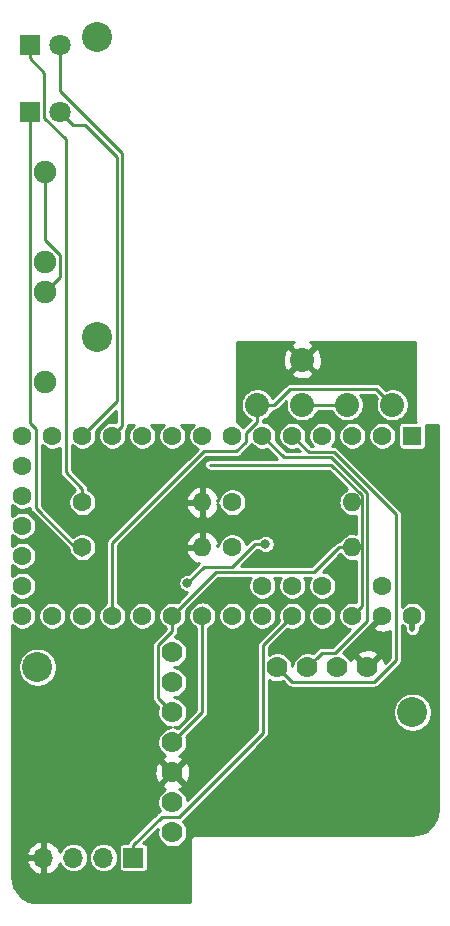
<source format=gbr>
G04 #@! TF.GenerationSoftware,KiCad,Pcbnew,(5.1.2)-2*
G04 #@! TF.CreationDate,2020-05-04T11:41:32-04:00*
G04 #@! TF.ProjectId,TeensyLC_DRV8871_MPRLS_Qwiic_v01,5465656e-7379-44c4-935f-445256383837,rev?*
G04 #@! TF.SameCoordinates,Original*
G04 #@! TF.FileFunction,Copper,L1,Top*
G04 #@! TF.FilePolarity,Positive*
%FSLAX46Y46*%
G04 Gerber Fmt 4.6, Leading zero omitted, Abs format (unit mm)*
G04 Created by KiCad (PCBNEW (5.1.2)-2) date 2020-05-04 11:41:32*
%MOMM*%
%LPD*%
G04 APERTURE LIST*
%ADD10C,2.540000*%
%ADD11O,1.600000X1.600000*%
%ADD12C,1.600000*%
%ADD13C,1.778000*%
%ADD14O,1.700000X1.700000*%
%ADD15R,1.700000X1.700000*%
%ADD16R,1.600000X1.600000*%
%ADD17C,1.905000*%
%ADD18R,1.800000X1.800000*%
%ADD19C,1.800000*%
%ADD20C,2.032000*%
%ADD21C,0.800000*%
%ADD22C,0.250000*%
%ADD23C,0.508000*%
%ADD24C,0.254000*%
G04 APERTURE END LIST*
D10*
X33020000Y0D03*
D11*
X41910000Y-39370000D03*
D12*
X31750000Y-39370000D03*
D11*
X41910000Y-43180000D03*
D12*
X31750000Y-43180000D03*
D11*
X54610000Y-39370000D03*
D12*
X44450000Y-39370000D03*
D11*
X54610000Y-43180000D03*
D12*
X44450000Y-43180000D03*
D13*
X48260000Y-53340000D03*
X50800000Y-53340000D03*
X53340000Y-53340000D03*
X55880000Y-53340000D03*
D14*
X30990000Y-69460000D03*
D15*
X36070000Y-69460000D03*
D14*
X28450000Y-69460000D03*
X33530000Y-69460000D03*
D12*
X26670000Y-46430001D03*
X26670000Y-36270001D03*
X26670000Y-33730001D03*
X46990000Y-48970001D03*
X54610000Y-48970001D03*
X57150000Y-46430001D03*
X26670000Y-43890001D03*
X49530000Y-46430001D03*
X57150000Y-48970001D03*
X46990000Y-46430001D03*
X39370000Y-48970001D03*
X29210000Y-48970001D03*
X31750000Y-48970001D03*
X49530000Y-48970001D03*
X52070000Y-48970001D03*
X29210000Y-33730001D03*
X31750000Y-33730001D03*
X59690000Y-48970001D03*
X26670000Y-48970001D03*
X26670000Y-41350001D03*
X26670000Y-38810001D03*
X36830000Y-48970001D03*
X34290000Y-48970001D03*
X41910000Y-48970001D03*
X44450000Y-48970001D03*
X52070000Y-46430001D03*
X49530000Y-33730001D03*
X36830000Y-33730001D03*
X34290000Y-33730001D03*
X57150000Y-33730001D03*
X52070000Y-33730001D03*
X46990000Y-33730001D03*
X54610000Y-33730001D03*
X41910000Y-33730001D03*
D16*
X59690000Y-33730001D03*
D12*
X39370000Y-33730001D03*
X44450000Y-33730001D03*
D10*
X59690000Y-57150000D03*
X33020000Y-25400000D03*
X27940000Y-53340000D03*
D17*
X28575000Y-11430000D03*
X28575000Y-19050000D03*
X28575000Y-21590000D03*
X28575000Y-29210000D03*
D18*
X27305000Y-635000D03*
D19*
X29845000Y-635000D03*
X29845000Y-6350000D03*
D18*
X27305000Y-6350000D03*
D20*
X46545500Y-31115000D03*
X50355500Y-31115000D03*
X54165500Y-31115000D03*
X57975500Y-31115000D03*
X50355500Y-27305000D03*
D13*
X39370000Y-67310000D03*
X39370000Y-64770000D03*
X39370000Y-62230000D03*
X39370000Y-59690000D03*
X39370000Y-57150000D03*
X39370000Y-54610000D03*
X39370000Y-52070000D03*
D21*
X47244000Y-42926000D03*
X40640000Y-46228000D03*
D22*
X28530001Y-3010001D02*
X27305000Y-1785000D01*
X28530001Y-6848003D02*
X28530001Y-3010001D01*
X30335001Y-8653003D02*
X28530001Y-6848003D01*
X30335001Y-36823631D02*
X30335001Y-8653003D01*
X27305000Y-1785000D02*
X27305000Y-635000D01*
X31750000Y-38238630D02*
X30335001Y-36823631D01*
X31750000Y-39370000D02*
X31750000Y-38238630D01*
X35089999Y-32930002D02*
X34290000Y-33730001D01*
X35089999Y-9781997D02*
X35089999Y-32930002D01*
X29845000Y-635000D02*
X29845000Y-4536998D01*
X29845000Y-4536998D02*
X35089999Y-9781997D01*
X34639989Y-30840012D02*
X31750000Y-33730001D01*
X34639989Y-10128989D02*
X34639989Y-30840012D01*
X31966001Y-7455001D02*
X34639989Y-10128989D01*
X29845000Y-6350000D02*
X30950001Y-7455001D01*
X30950001Y-7455001D02*
X31966001Y-7455001D01*
X27305000Y-7500000D02*
X27305000Y-6350000D01*
X27297499Y-7507501D02*
X27305000Y-7500000D01*
X27297499Y-32692498D02*
X27297499Y-7507501D01*
X27795001Y-33190000D02*
X27297499Y-32692498D01*
X27795001Y-39860001D02*
X27795001Y-33190000D01*
X31750000Y-43815000D02*
X27795001Y-39860001D01*
X42545000Y-36195000D02*
X46355000Y-36195000D01*
X55409999Y-38772999D02*
X55409999Y-48170002D01*
X52832000Y-36195000D02*
X55409999Y-38772999D01*
X46355000Y-36195000D02*
X52832000Y-36195000D01*
X29527499Y-20637501D02*
X28575000Y-21590000D01*
X29852501Y-20312499D02*
X29527499Y-20637501D01*
X29852501Y-18436799D02*
X29852501Y-20312499D01*
X28575000Y-17159298D02*
X29852501Y-18436799D01*
X28575000Y-11430000D02*
X28575000Y-17159298D01*
X50355500Y-31115000D02*
X54165500Y-31115000D01*
X55409999Y-48170002D02*
X54610000Y-48970001D01*
X41910000Y-57150000D02*
X39370000Y-59690000D01*
X41910000Y-48970001D02*
X41910000Y-57150000D01*
X41910000Y-48260000D02*
X41910000Y-48970001D01*
X42013010Y-44854990D02*
X40640000Y-46228000D01*
X44412008Y-44854990D02*
X42013010Y-44854990D01*
X47244000Y-42926000D02*
X46340998Y-42926000D01*
X46340998Y-42926000D02*
X44412008Y-44854990D01*
X38481001Y-56261001D02*
X39370000Y-57150000D01*
X38155999Y-55935999D02*
X38481001Y-56261001D01*
X38155999Y-51487279D02*
X38155999Y-55935999D01*
X39370000Y-50273278D02*
X38155999Y-51487279D01*
X39370000Y-48970001D02*
X39370000Y-50273278D01*
X40169999Y-48170002D02*
X39370000Y-48970001D01*
X43035001Y-45305000D02*
X40169999Y-48170002D01*
X51353630Y-45305000D02*
X43035001Y-45305000D01*
X53478630Y-43180000D02*
X51353630Y-45305000D01*
X54610000Y-43180000D02*
X53478630Y-43180000D01*
X34290000Y-42784998D02*
X34290000Y-47838631D01*
X45575001Y-34270002D02*
X44775004Y-35069999D01*
X34290000Y-47838631D02*
X34290000Y-48970001D01*
X44775004Y-35069999D02*
X42004999Y-35069999D01*
X45575001Y-33522339D02*
X45575001Y-34270002D01*
X46545500Y-32551840D02*
X45575001Y-33522339D01*
X42004999Y-35069999D02*
X34290000Y-42784998D01*
X46545500Y-31115000D02*
X46545500Y-32551840D01*
X56959501Y-30099001D02*
X57975500Y-31115000D01*
X56634499Y-29773999D02*
X56959501Y-30099001D01*
X49323341Y-29773999D02*
X56634499Y-29773999D01*
X47982340Y-31115000D02*
X49323341Y-29773999D01*
X46545500Y-31115000D02*
X47982340Y-31115000D01*
X48730001Y-49770000D02*
X49530000Y-48970001D01*
X47045999Y-51454002D02*
X48730001Y-49770000D01*
X47045999Y-58890723D02*
X47045999Y-51454002D01*
X39952721Y-65984001D02*
X47045999Y-58890723D01*
X38445999Y-65984001D02*
X39952721Y-65984001D01*
X36070000Y-68360000D02*
X38445999Y-65984001D01*
X36070000Y-69460000D02*
X36070000Y-68360000D01*
D23*
X59690000Y-50101371D02*
X59690000Y-48970001D01*
D22*
X49148999Y-54228999D02*
X48260000Y-53340000D01*
X49474001Y-54554001D02*
X49148999Y-54228999D01*
X56462721Y-54554001D02*
X49474001Y-54554001D01*
X58275001Y-52741721D02*
X56462721Y-54554001D01*
X58275001Y-40365181D02*
X58275001Y-52741721D01*
X50909990Y-35109991D02*
X53019810Y-35109990D01*
X53019810Y-35109990D02*
X58275001Y-40365181D01*
X49530000Y-33730001D02*
X50909990Y-35109991D01*
X52014001Y-52125999D02*
X51688999Y-52451001D01*
X55860008Y-49384995D02*
X53119004Y-52125999D01*
X51688999Y-52451001D02*
X50800000Y-53340000D01*
X55860008Y-38586598D02*
X55860008Y-49384995D01*
X53119004Y-52125999D02*
X52014001Y-52125999D01*
X52833410Y-35560000D02*
X55860008Y-38586598D01*
X48819999Y-35560000D02*
X52833410Y-35560000D01*
X46990000Y-33730001D02*
X48819999Y-35560000D01*
D24*
G36*
X49485978Y-25892140D02*
G01*
X49388282Y-26158177D01*
X50355500Y-27125395D01*
X51322718Y-26158177D01*
X51225022Y-25892140D01*
X51048288Y-25806000D01*
X59919001Y-25806000D01*
X59919000Y-32365059D01*
X59917036Y-32385000D01*
X59924875Y-32464590D01*
X59948090Y-32541121D01*
X59951317Y-32547158D01*
X58890000Y-32547158D01*
X58815311Y-32554514D01*
X58743492Y-32576300D01*
X58677304Y-32611679D01*
X58619289Y-32659290D01*
X58571678Y-32717305D01*
X58536299Y-32783493D01*
X58514513Y-32855312D01*
X58507157Y-32930001D01*
X58507157Y-34530001D01*
X58514513Y-34604690D01*
X58536299Y-34676509D01*
X58571678Y-34742697D01*
X58619289Y-34800712D01*
X58677304Y-34848323D01*
X58743492Y-34883702D01*
X58815311Y-34905488D01*
X58890000Y-34912844D01*
X60490000Y-34912844D01*
X60564689Y-34905488D01*
X60636508Y-34883702D01*
X60702696Y-34848323D01*
X60760711Y-34800712D01*
X60808322Y-34742697D01*
X60843701Y-34676509D01*
X60865487Y-34604690D01*
X60872843Y-34530001D01*
X60872843Y-32930001D01*
X60865487Y-32855312D01*
X60845978Y-32791000D01*
X61824000Y-32791000D01*
X61824001Y-65385136D01*
X61781449Y-65819115D01*
X61661181Y-66217464D01*
X61465831Y-66584862D01*
X61202845Y-66907315D01*
X60882226Y-67172554D01*
X60516204Y-67370461D01*
X60118708Y-67493506D01*
X59685863Y-67539000D01*
X41294941Y-67539000D01*
X41275000Y-67537036D01*
X41255060Y-67539000D01*
X41255059Y-67539000D01*
X41195410Y-67544875D01*
X41118879Y-67568090D01*
X41048347Y-67605790D01*
X40986526Y-67656526D01*
X40935790Y-67718347D01*
X40898090Y-67788879D01*
X40874875Y-67865410D01*
X40867036Y-67945000D01*
X40869001Y-67964951D01*
X40869000Y-73254000D01*
X27959854Y-73254000D01*
X27525885Y-73211449D01*
X27127536Y-73091181D01*
X26760138Y-72895831D01*
X26437685Y-72632845D01*
X26172446Y-72312226D01*
X25974539Y-71946204D01*
X25851494Y-71548708D01*
X25806000Y-71115863D01*
X25806000Y-69816891D01*
X27008519Y-69816891D01*
X27105843Y-70091252D01*
X27254822Y-70341355D01*
X27449731Y-70557588D01*
X27683080Y-70731641D01*
X27945901Y-70856825D01*
X28093110Y-70901476D01*
X28323000Y-70780155D01*
X28323000Y-69587000D01*
X27129186Y-69587000D01*
X27008519Y-69816891D01*
X25806000Y-69816891D01*
X25806000Y-69103109D01*
X27008519Y-69103109D01*
X27129186Y-69333000D01*
X28323000Y-69333000D01*
X28323000Y-68139845D01*
X28577000Y-68139845D01*
X28577000Y-69333000D01*
X28597000Y-69333000D01*
X28597000Y-69587000D01*
X28577000Y-69587000D01*
X28577000Y-70780155D01*
X28806890Y-70901476D01*
X28954099Y-70856825D01*
X29216920Y-70731641D01*
X29450269Y-70557588D01*
X29645178Y-70341355D01*
X29794157Y-70091252D01*
X29848983Y-69936695D01*
X29961509Y-70147216D01*
X30115340Y-70334660D01*
X30302784Y-70488491D01*
X30516637Y-70602798D01*
X30748682Y-70673188D01*
X30929528Y-70691000D01*
X31050472Y-70691000D01*
X31231318Y-70673188D01*
X31463363Y-70602798D01*
X31677216Y-70488491D01*
X31864660Y-70334660D01*
X32018491Y-70147216D01*
X32132798Y-69933363D01*
X32203188Y-69701318D01*
X32226956Y-69460000D01*
X32293044Y-69460000D01*
X32316812Y-69701318D01*
X32387202Y-69933363D01*
X32501509Y-70147216D01*
X32655340Y-70334660D01*
X32842784Y-70488491D01*
X33056637Y-70602798D01*
X33288682Y-70673188D01*
X33469528Y-70691000D01*
X33590472Y-70691000D01*
X33771318Y-70673188D01*
X34003363Y-70602798D01*
X34217216Y-70488491D01*
X34404660Y-70334660D01*
X34558491Y-70147216D01*
X34672798Y-69933363D01*
X34743188Y-69701318D01*
X34766956Y-69460000D01*
X34743188Y-69218682D01*
X34672798Y-68986637D01*
X34558491Y-68772784D01*
X34404660Y-68585340D01*
X34217216Y-68431509D01*
X34003363Y-68317202D01*
X33771318Y-68246812D01*
X33590472Y-68229000D01*
X33469528Y-68229000D01*
X33288682Y-68246812D01*
X33056637Y-68317202D01*
X32842784Y-68431509D01*
X32655340Y-68585340D01*
X32501509Y-68772784D01*
X32387202Y-68986637D01*
X32316812Y-69218682D01*
X32293044Y-69460000D01*
X32226956Y-69460000D01*
X32203188Y-69218682D01*
X32132798Y-68986637D01*
X32018491Y-68772784D01*
X31864660Y-68585340D01*
X31677216Y-68431509D01*
X31463363Y-68317202D01*
X31231318Y-68246812D01*
X31050472Y-68229000D01*
X30929528Y-68229000D01*
X30748682Y-68246812D01*
X30516637Y-68317202D01*
X30302784Y-68431509D01*
X30115340Y-68585340D01*
X29961509Y-68772784D01*
X29848983Y-68983305D01*
X29794157Y-68828748D01*
X29645178Y-68578645D01*
X29450269Y-68362412D01*
X29216920Y-68188359D01*
X28954099Y-68063175D01*
X28806890Y-68018524D01*
X28577000Y-68139845D01*
X28323000Y-68139845D01*
X28093110Y-68018524D01*
X27945901Y-68063175D01*
X27683080Y-68188359D01*
X27449731Y-68362412D01*
X27254822Y-68578645D01*
X27105843Y-68828748D01*
X27008519Y-69103109D01*
X25806000Y-69103109D01*
X25806000Y-62296988D01*
X37840092Y-62296988D01*
X37882557Y-62594171D01*
X37982184Y-62877359D01*
X38060711Y-63024273D01*
X38313769Y-63106626D01*
X39190395Y-62230000D01*
X39549605Y-62230000D01*
X40426231Y-63106626D01*
X40679289Y-63024273D01*
X40809086Y-62753582D01*
X40883580Y-62462770D01*
X40899908Y-62163012D01*
X40857443Y-61865829D01*
X40757816Y-61582641D01*
X40679289Y-61435727D01*
X40426231Y-61353374D01*
X39549605Y-62230000D01*
X39190395Y-62230000D01*
X38313769Y-61353374D01*
X38060711Y-61435727D01*
X37930914Y-61706418D01*
X37856420Y-61997230D01*
X37840092Y-62296988D01*
X25806000Y-62296988D01*
X25806000Y-53177391D01*
X26289000Y-53177391D01*
X26289000Y-53502609D01*
X26352447Y-53821579D01*
X26476903Y-54122042D01*
X26657585Y-54392451D01*
X26887549Y-54622415D01*
X27157958Y-54803097D01*
X27458421Y-54927553D01*
X27777391Y-54991000D01*
X28102609Y-54991000D01*
X28421579Y-54927553D01*
X28722042Y-54803097D01*
X28992451Y-54622415D01*
X29222415Y-54392451D01*
X29403097Y-54122042D01*
X29527553Y-53821579D01*
X29591000Y-53502609D01*
X29591000Y-53177391D01*
X29527553Y-52858421D01*
X29403097Y-52557958D01*
X29222415Y-52287549D01*
X28992451Y-52057585D01*
X28722042Y-51876903D01*
X28421579Y-51752447D01*
X28102609Y-51689000D01*
X27777391Y-51689000D01*
X27458421Y-51752447D01*
X27157958Y-51876903D01*
X26887549Y-52057585D01*
X26657585Y-52287549D01*
X26476903Y-52557958D01*
X26352447Y-52858421D01*
X26289000Y-53177391D01*
X25806000Y-53177391D01*
X25806000Y-49776186D01*
X25917157Y-49887343D01*
X26110587Y-50016589D01*
X26325515Y-50105615D01*
X26553682Y-50151001D01*
X26786318Y-50151001D01*
X27014485Y-50105615D01*
X27229413Y-50016589D01*
X27422843Y-49887343D01*
X27587342Y-49722844D01*
X27716588Y-49529414D01*
X27805614Y-49314486D01*
X27851000Y-49086319D01*
X27851000Y-48853683D01*
X28029000Y-48853683D01*
X28029000Y-49086319D01*
X28074386Y-49314486D01*
X28163412Y-49529414D01*
X28292658Y-49722844D01*
X28457157Y-49887343D01*
X28650587Y-50016589D01*
X28865515Y-50105615D01*
X29093682Y-50151001D01*
X29326318Y-50151001D01*
X29554485Y-50105615D01*
X29769413Y-50016589D01*
X29962843Y-49887343D01*
X30127342Y-49722844D01*
X30256588Y-49529414D01*
X30345614Y-49314486D01*
X30391000Y-49086319D01*
X30391000Y-48853683D01*
X30569000Y-48853683D01*
X30569000Y-49086319D01*
X30614386Y-49314486D01*
X30703412Y-49529414D01*
X30832658Y-49722844D01*
X30997157Y-49887343D01*
X31190587Y-50016589D01*
X31405515Y-50105615D01*
X31633682Y-50151001D01*
X31866318Y-50151001D01*
X32094485Y-50105615D01*
X32309413Y-50016589D01*
X32502843Y-49887343D01*
X32667342Y-49722844D01*
X32796588Y-49529414D01*
X32885614Y-49314486D01*
X32931000Y-49086319D01*
X32931000Y-48853683D01*
X32885614Y-48625516D01*
X32796588Y-48410588D01*
X32667342Y-48217158D01*
X32502843Y-48052659D01*
X32309413Y-47923413D01*
X32094485Y-47834387D01*
X31866318Y-47789001D01*
X31633682Y-47789001D01*
X31405515Y-47834387D01*
X31190587Y-47923413D01*
X30997157Y-48052659D01*
X30832658Y-48217158D01*
X30703412Y-48410588D01*
X30614386Y-48625516D01*
X30569000Y-48853683D01*
X30391000Y-48853683D01*
X30345614Y-48625516D01*
X30256588Y-48410588D01*
X30127342Y-48217158D01*
X29962843Y-48052659D01*
X29769413Y-47923413D01*
X29554485Y-47834387D01*
X29326318Y-47789001D01*
X29093682Y-47789001D01*
X28865515Y-47834387D01*
X28650587Y-47923413D01*
X28457157Y-48052659D01*
X28292658Y-48217158D01*
X28163412Y-48410588D01*
X28074386Y-48625516D01*
X28029000Y-48853683D01*
X27851000Y-48853683D01*
X27805614Y-48625516D01*
X27716588Y-48410588D01*
X27587342Y-48217158D01*
X27422843Y-48052659D01*
X27229413Y-47923413D01*
X27014485Y-47834387D01*
X26786318Y-47789001D01*
X26553682Y-47789001D01*
X26325515Y-47834387D01*
X26110587Y-47923413D01*
X25917157Y-48052659D01*
X25806000Y-48163816D01*
X25806000Y-47236186D01*
X25917157Y-47347343D01*
X26110587Y-47476589D01*
X26325515Y-47565615D01*
X26553682Y-47611001D01*
X26786318Y-47611001D01*
X27014485Y-47565615D01*
X27229413Y-47476589D01*
X27422843Y-47347343D01*
X27587342Y-47182844D01*
X27716588Y-46989414D01*
X27805614Y-46774486D01*
X27851000Y-46546319D01*
X27851000Y-46313683D01*
X27805614Y-46085516D01*
X27716588Y-45870588D01*
X27587342Y-45677158D01*
X27422843Y-45512659D01*
X27229413Y-45383413D01*
X27014485Y-45294387D01*
X26786318Y-45249001D01*
X26553682Y-45249001D01*
X26325515Y-45294387D01*
X26110587Y-45383413D01*
X25917157Y-45512659D01*
X25806000Y-45623816D01*
X25806000Y-44696186D01*
X25917157Y-44807343D01*
X26110587Y-44936589D01*
X26325515Y-45025615D01*
X26553682Y-45071001D01*
X26786318Y-45071001D01*
X27014485Y-45025615D01*
X27229413Y-44936589D01*
X27422843Y-44807343D01*
X27587342Y-44642844D01*
X27716588Y-44449414D01*
X27805614Y-44234486D01*
X27851000Y-44006319D01*
X27851000Y-43773683D01*
X27805614Y-43545516D01*
X27716588Y-43330588D01*
X27587342Y-43137158D01*
X27422843Y-42972659D01*
X27229413Y-42843413D01*
X27014485Y-42754387D01*
X26786318Y-42709001D01*
X26553682Y-42709001D01*
X26325515Y-42754387D01*
X26110587Y-42843413D01*
X25917157Y-42972659D01*
X25806000Y-43083816D01*
X25806000Y-42156186D01*
X25917157Y-42267343D01*
X26110587Y-42396589D01*
X26325515Y-42485615D01*
X26553682Y-42531001D01*
X26786318Y-42531001D01*
X27014485Y-42485615D01*
X27229413Y-42396589D01*
X27422843Y-42267343D01*
X27587342Y-42102844D01*
X27716588Y-41909414D01*
X27805614Y-41694486D01*
X27851000Y-41466319D01*
X27851000Y-41233683D01*
X27805614Y-41005516D01*
X27716588Y-40790588D01*
X27587342Y-40597158D01*
X27422843Y-40432659D01*
X27229413Y-40303413D01*
X27014485Y-40214387D01*
X26786318Y-40169001D01*
X26553682Y-40169001D01*
X26325515Y-40214387D01*
X26110587Y-40303413D01*
X25917157Y-40432659D01*
X25806000Y-40543816D01*
X25806000Y-39616186D01*
X25917157Y-39727343D01*
X26110587Y-39856589D01*
X26325515Y-39945615D01*
X26553682Y-39991001D01*
X26786318Y-39991001D01*
X27014485Y-39945615D01*
X27229413Y-39856589D01*
X27289001Y-39816774D01*
X27289001Y-39835155D01*
X27286554Y-39860001D01*
X27289001Y-39884847D01*
X27289001Y-39884854D01*
X27296323Y-39959193D01*
X27325256Y-40054575D01*
X27372242Y-40142480D01*
X27435474Y-40219528D01*
X27454786Y-40235377D01*
X30582228Y-43362820D01*
X30614386Y-43524485D01*
X30703412Y-43739413D01*
X30832658Y-43932843D01*
X30997157Y-44097342D01*
X31190587Y-44226588D01*
X31405515Y-44315614D01*
X31633682Y-44361000D01*
X31866318Y-44361000D01*
X32094485Y-44315614D01*
X32309413Y-44226588D01*
X32502843Y-44097342D01*
X32667342Y-43932843D01*
X32796588Y-43739413D01*
X32885614Y-43524485D01*
X32931000Y-43296318D01*
X32931000Y-43063682D01*
X32885614Y-42835515D01*
X32796588Y-42620587D01*
X32667342Y-42427157D01*
X32502843Y-42262658D01*
X32309413Y-42133412D01*
X32094485Y-42044386D01*
X31866318Y-41999000D01*
X31633682Y-41999000D01*
X31405515Y-42044386D01*
X31190587Y-42133412D01*
X30997157Y-42262658D01*
X30955203Y-42304612D01*
X28301001Y-39650410D01*
X28301001Y-34491187D01*
X28457157Y-34647343D01*
X28650587Y-34776589D01*
X28865515Y-34865615D01*
X29093682Y-34911001D01*
X29326318Y-34911001D01*
X29554485Y-34865615D01*
X29769413Y-34776589D01*
X29829001Y-34736773D01*
X29829001Y-36798785D01*
X29826554Y-36823631D01*
X29829001Y-36848477D01*
X29829001Y-36848484D01*
X29836323Y-36922823D01*
X29865256Y-37018205D01*
X29912242Y-37106110D01*
X29975474Y-37183158D01*
X29994786Y-37199007D01*
X31147788Y-38352010D01*
X30997157Y-38452658D01*
X30832658Y-38617157D01*
X30703412Y-38810587D01*
X30614386Y-39025515D01*
X30569000Y-39253682D01*
X30569000Y-39486318D01*
X30614386Y-39714485D01*
X30703412Y-39929413D01*
X30832658Y-40122843D01*
X30997157Y-40287342D01*
X31190587Y-40416588D01*
X31405515Y-40505614D01*
X31633682Y-40551000D01*
X31866318Y-40551000D01*
X32094485Y-40505614D01*
X32309413Y-40416588D01*
X32502843Y-40287342D01*
X32667342Y-40122843D01*
X32796588Y-39929413D01*
X32885614Y-39714485D01*
X32931000Y-39486318D01*
X32931000Y-39253682D01*
X32885614Y-39025515D01*
X32796588Y-38810587D01*
X32667342Y-38617157D01*
X32502843Y-38452658D01*
X32309413Y-38323412D01*
X32256000Y-38301288D01*
X32256000Y-38263484D01*
X32258448Y-38238630D01*
X32248678Y-38139437D01*
X32219745Y-38044055D01*
X32184486Y-37978091D01*
X32172759Y-37956151D01*
X32109527Y-37879103D01*
X32090220Y-37863258D01*
X30841001Y-36614040D01*
X30841001Y-34491187D01*
X30997157Y-34647343D01*
X31190587Y-34776589D01*
X31405515Y-34865615D01*
X31633682Y-34911001D01*
X31866318Y-34911001D01*
X32094485Y-34865615D01*
X32309413Y-34776589D01*
X32502843Y-34647343D01*
X32667342Y-34482844D01*
X32796588Y-34289414D01*
X32885614Y-34074486D01*
X32931000Y-33846319D01*
X32931000Y-33613683D01*
X32885614Y-33385516D01*
X32863490Y-33332103D01*
X34584000Y-31611593D01*
X34584000Y-32584345D01*
X34406318Y-32549001D01*
X34173682Y-32549001D01*
X33945515Y-32594387D01*
X33730587Y-32683413D01*
X33537157Y-32812659D01*
X33372658Y-32977158D01*
X33243412Y-33170588D01*
X33154386Y-33385516D01*
X33109000Y-33613683D01*
X33109000Y-33846319D01*
X33154386Y-34074486D01*
X33243412Y-34289414D01*
X33372658Y-34482844D01*
X33537157Y-34647343D01*
X33730587Y-34776589D01*
X33945515Y-34865615D01*
X34173682Y-34911001D01*
X34406318Y-34911001D01*
X34634485Y-34865615D01*
X34849413Y-34776589D01*
X35042843Y-34647343D01*
X35207342Y-34482844D01*
X35336588Y-34289414D01*
X35425614Y-34074486D01*
X35471000Y-33846319D01*
X35471000Y-33613683D01*
X35425614Y-33385516D01*
X35403490Y-33332103D01*
X35430219Y-33305374D01*
X35449526Y-33289529D01*
X35512758Y-33212481D01*
X35559744Y-33124577D01*
X35588677Y-33029195D01*
X35595999Y-32954856D01*
X35595999Y-32954849D01*
X35598446Y-32930003D01*
X35595999Y-32905157D01*
X35595999Y-32791000D01*
X36109572Y-32791000D01*
X36077157Y-32812659D01*
X35912658Y-32977158D01*
X35783412Y-33170588D01*
X35694386Y-33385516D01*
X35649000Y-33613683D01*
X35649000Y-33846319D01*
X35694386Y-34074486D01*
X35783412Y-34289414D01*
X35912658Y-34482844D01*
X36077157Y-34647343D01*
X36270587Y-34776589D01*
X36485515Y-34865615D01*
X36713682Y-34911001D01*
X36946318Y-34911001D01*
X37174485Y-34865615D01*
X37389413Y-34776589D01*
X37582843Y-34647343D01*
X37747342Y-34482844D01*
X37876588Y-34289414D01*
X37965614Y-34074486D01*
X38011000Y-33846319D01*
X38011000Y-33613683D01*
X37965614Y-33385516D01*
X37876588Y-33170588D01*
X37747342Y-32977158D01*
X37582843Y-32812659D01*
X37550428Y-32791000D01*
X38649572Y-32791000D01*
X38617157Y-32812659D01*
X38452658Y-32977158D01*
X38323412Y-33170588D01*
X38234386Y-33385516D01*
X38189000Y-33613683D01*
X38189000Y-33846319D01*
X38234386Y-34074486D01*
X38323412Y-34289414D01*
X38452658Y-34482844D01*
X38617157Y-34647343D01*
X38810587Y-34776589D01*
X39025515Y-34865615D01*
X39253682Y-34911001D01*
X39486318Y-34911001D01*
X39714485Y-34865615D01*
X39929413Y-34776589D01*
X40122843Y-34647343D01*
X40287342Y-34482844D01*
X40416588Y-34289414D01*
X40505614Y-34074486D01*
X40551000Y-33846319D01*
X40551000Y-33613683D01*
X40505614Y-33385516D01*
X40416588Y-33170588D01*
X40287342Y-32977158D01*
X40122843Y-32812659D01*
X40090428Y-32791000D01*
X41189572Y-32791000D01*
X41157157Y-32812659D01*
X40992658Y-32977158D01*
X40863412Y-33170588D01*
X40774386Y-33385516D01*
X40729000Y-33613683D01*
X40729000Y-33846319D01*
X40774386Y-34074486D01*
X40863412Y-34289414D01*
X40992658Y-34482844D01*
X41157157Y-34647343D01*
X41350587Y-34776589D01*
X41514798Y-34844608D01*
X33949785Y-42409622D01*
X33930473Y-42425471D01*
X33867241Y-42502519D01*
X33820255Y-42590424D01*
X33791322Y-42685806D01*
X33784000Y-42760145D01*
X33784000Y-42760152D01*
X33781553Y-42784998D01*
X33784000Y-42809844D01*
X33784001Y-47813768D01*
X33784000Y-47813778D01*
X33784000Y-47901289D01*
X33730587Y-47923413D01*
X33537157Y-48052659D01*
X33372658Y-48217158D01*
X33243412Y-48410588D01*
X33154386Y-48625516D01*
X33109000Y-48853683D01*
X33109000Y-49086319D01*
X33154386Y-49314486D01*
X33243412Y-49529414D01*
X33372658Y-49722844D01*
X33537157Y-49887343D01*
X33730587Y-50016589D01*
X33945515Y-50105615D01*
X34173682Y-50151001D01*
X34406318Y-50151001D01*
X34634485Y-50105615D01*
X34849413Y-50016589D01*
X35042843Y-49887343D01*
X35207342Y-49722844D01*
X35336588Y-49529414D01*
X35425614Y-49314486D01*
X35471000Y-49086319D01*
X35471000Y-48853683D01*
X35649000Y-48853683D01*
X35649000Y-49086319D01*
X35694386Y-49314486D01*
X35783412Y-49529414D01*
X35912658Y-49722844D01*
X36077157Y-49887343D01*
X36270587Y-50016589D01*
X36485515Y-50105615D01*
X36713682Y-50151001D01*
X36946318Y-50151001D01*
X37174485Y-50105615D01*
X37389413Y-50016589D01*
X37582843Y-49887343D01*
X37747342Y-49722844D01*
X37876588Y-49529414D01*
X37965614Y-49314486D01*
X38011000Y-49086319D01*
X38011000Y-48853683D01*
X37965614Y-48625516D01*
X37876588Y-48410588D01*
X37747342Y-48217158D01*
X37582843Y-48052659D01*
X37389413Y-47923413D01*
X37174485Y-47834387D01*
X36946318Y-47789001D01*
X36713682Y-47789001D01*
X36485515Y-47834387D01*
X36270587Y-47923413D01*
X36077157Y-48052659D01*
X35912658Y-48217158D01*
X35783412Y-48410588D01*
X35694386Y-48625516D01*
X35649000Y-48853683D01*
X35471000Y-48853683D01*
X35425614Y-48625516D01*
X35336588Y-48410588D01*
X35207342Y-48217158D01*
X35042843Y-48052659D01*
X34849413Y-47923413D01*
X34796000Y-47901289D01*
X34796000Y-42994589D01*
X34959628Y-42830961D01*
X40518096Y-42830961D01*
X40640085Y-43053000D01*
X41783000Y-43053000D01*
X41783000Y-41909376D01*
X41560960Y-41788091D01*
X41296119Y-41882930D01*
X41054869Y-42027615D01*
X40846481Y-42216586D01*
X40678963Y-42442580D01*
X40558754Y-42696913D01*
X40518096Y-42830961D01*
X34959628Y-42830961D01*
X38071550Y-39719039D01*
X40518096Y-39719039D01*
X40558754Y-39853087D01*
X40678963Y-40107420D01*
X40846481Y-40333414D01*
X41054869Y-40522385D01*
X41296119Y-40667070D01*
X41560960Y-40761909D01*
X41783000Y-40640624D01*
X41783000Y-39497000D01*
X40640085Y-39497000D01*
X40518096Y-39719039D01*
X38071550Y-39719039D01*
X38769628Y-39020961D01*
X40518096Y-39020961D01*
X40640085Y-39243000D01*
X41783000Y-39243000D01*
X41783000Y-38099376D01*
X42037000Y-38099376D01*
X42037000Y-39243000D01*
X42057000Y-39243000D01*
X42057000Y-39497000D01*
X42037000Y-39497000D01*
X42037000Y-40640624D01*
X42259040Y-40761909D01*
X42523881Y-40667070D01*
X42765131Y-40522385D01*
X42973519Y-40333414D01*
X43141037Y-40107420D01*
X43261246Y-39853087D01*
X43301904Y-39719039D01*
X43179916Y-39497002D01*
X43271125Y-39497002D01*
X43314386Y-39714485D01*
X43403412Y-39929413D01*
X43532658Y-40122843D01*
X43697157Y-40287342D01*
X43890587Y-40416588D01*
X44105515Y-40505614D01*
X44333682Y-40551000D01*
X44566318Y-40551000D01*
X44794485Y-40505614D01*
X45009413Y-40416588D01*
X45202843Y-40287342D01*
X45367342Y-40122843D01*
X45496588Y-39929413D01*
X45585614Y-39714485D01*
X45631000Y-39486318D01*
X45631000Y-39253682D01*
X45585614Y-39025515D01*
X45496588Y-38810587D01*
X45367342Y-38617157D01*
X45202843Y-38452658D01*
X45009413Y-38323412D01*
X44794485Y-38234386D01*
X44566318Y-38189000D01*
X44333682Y-38189000D01*
X44105515Y-38234386D01*
X43890587Y-38323412D01*
X43697157Y-38452658D01*
X43532658Y-38617157D01*
X43403412Y-38810587D01*
X43314386Y-39025515D01*
X43271125Y-39242998D01*
X43179916Y-39242998D01*
X43301904Y-39020961D01*
X43261246Y-38886913D01*
X43141037Y-38632580D01*
X42973519Y-38406586D01*
X42765131Y-38217615D01*
X42523881Y-38072930D01*
X42259040Y-37978091D01*
X42037000Y-38099376D01*
X41783000Y-38099376D01*
X41560960Y-37978091D01*
X41296119Y-38072930D01*
X41054869Y-38217615D01*
X40846481Y-38406586D01*
X40678963Y-38632580D01*
X40558754Y-38886913D01*
X40518096Y-39020961D01*
X38769628Y-39020961D01*
X42214591Y-35575999D01*
X44750158Y-35575999D01*
X44775004Y-35578446D01*
X44799850Y-35575999D01*
X44799858Y-35575999D01*
X44874197Y-35568677D01*
X44969579Y-35539744D01*
X45057483Y-35492758D01*
X45134531Y-35429526D01*
X45150380Y-35410214D01*
X45915221Y-34645374D01*
X45934528Y-34629529D01*
X45997760Y-34552481D01*
X46044746Y-34464577D01*
X46049650Y-34448410D01*
X46072658Y-34482844D01*
X46237157Y-34647343D01*
X46430587Y-34776589D01*
X46645515Y-34865615D01*
X46873682Y-34911001D01*
X47106318Y-34911001D01*
X47334485Y-34865615D01*
X47387898Y-34843491D01*
X48233407Y-35689000D01*
X42520146Y-35689000D01*
X42445807Y-35696322D01*
X42350425Y-35725255D01*
X42262521Y-35772241D01*
X42185473Y-35835473D01*
X42122241Y-35912521D01*
X42075255Y-36000425D01*
X42046322Y-36095807D01*
X42036552Y-36195000D01*
X42046322Y-36294193D01*
X42075255Y-36389575D01*
X42122241Y-36477479D01*
X42185473Y-36554527D01*
X42262521Y-36617759D01*
X42350425Y-36664745D01*
X42445807Y-36693678D01*
X42520146Y-36701000D01*
X52622409Y-36701000D01*
X54185912Y-38264504D01*
X54155864Y-38273619D01*
X53950697Y-38383283D01*
X53770866Y-38530866D01*
X53623283Y-38710697D01*
X53513619Y-38915864D01*
X53446088Y-39138484D01*
X53423286Y-39370000D01*
X53446088Y-39601516D01*
X53513619Y-39824136D01*
X53623283Y-40029303D01*
X53770866Y-40209134D01*
X53950697Y-40356717D01*
X54155864Y-40466381D01*
X54378484Y-40533912D01*
X54551984Y-40551000D01*
X54668016Y-40551000D01*
X54841516Y-40533912D01*
X54903999Y-40514958D01*
X54903999Y-42035042D01*
X54841516Y-42016088D01*
X54668016Y-41999000D01*
X54551984Y-41999000D01*
X54378484Y-42016088D01*
X54155864Y-42083619D01*
X53950697Y-42193283D01*
X53770866Y-42340866D01*
X53623283Y-42520697D01*
X53541341Y-42674000D01*
X53503484Y-42674000D01*
X53478630Y-42671552D01*
X53453776Y-42674000D01*
X53379437Y-42681322D01*
X53284055Y-42710255D01*
X53196151Y-42757241D01*
X53119103Y-42820473D01*
X53103258Y-42839780D01*
X51144039Y-44799000D01*
X45183589Y-44799000D01*
X46550590Y-43432000D01*
X46645499Y-43432000D01*
X46746141Y-43532642D01*
X46874058Y-43618113D01*
X47016191Y-43676987D01*
X47167078Y-43707000D01*
X47320922Y-43707000D01*
X47471809Y-43676987D01*
X47613942Y-43618113D01*
X47741859Y-43532642D01*
X47850642Y-43423859D01*
X47936113Y-43295942D01*
X47994987Y-43153809D01*
X48025000Y-43002922D01*
X48025000Y-42849078D01*
X47994987Y-42698191D01*
X47936113Y-42556058D01*
X47850642Y-42428141D01*
X47741859Y-42319358D01*
X47613942Y-42233887D01*
X47471809Y-42175013D01*
X47320922Y-42145000D01*
X47167078Y-42145000D01*
X47016191Y-42175013D01*
X46874058Y-42233887D01*
X46746141Y-42319358D01*
X46645499Y-42420000D01*
X46365852Y-42420000D01*
X46340998Y-42417552D01*
X46316144Y-42420000D01*
X46241805Y-42427322D01*
X46146423Y-42456255D01*
X46058519Y-42503241D01*
X45981471Y-42566473D01*
X45965626Y-42585780D01*
X45607229Y-42944178D01*
X45585614Y-42835515D01*
X45496588Y-42620587D01*
X45367342Y-42427157D01*
X45202843Y-42262658D01*
X45009413Y-42133412D01*
X44794485Y-42044386D01*
X44566318Y-41999000D01*
X44333682Y-41999000D01*
X44105515Y-42044386D01*
X43890587Y-42133412D01*
X43697157Y-42262658D01*
X43532658Y-42427157D01*
X43403412Y-42620587D01*
X43314386Y-42835515D01*
X43271125Y-43052998D01*
X43179916Y-43052998D01*
X43301904Y-42830961D01*
X43261246Y-42696913D01*
X43141037Y-42442580D01*
X42973519Y-42216586D01*
X42765131Y-42027615D01*
X42523881Y-41882930D01*
X42259040Y-41788091D01*
X42037000Y-41909376D01*
X42037000Y-43053000D01*
X42057000Y-43053000D01*
X42057000Y-43307000D01*
X42037000Y-43307000D01*
X42037000Y-43327000D01*
X41783000Y-43327000D01*
X41783000Y-43307000D01*
X40640085Y-43307000D01*
X40518096Y-43529039D01*
X40558754Y-43663087D01*
X40678963Y-43917420D01*
X40846481Y-44143414D01*
X41054869Y-44332385D01*
X41296119Y-44477070D01*
X41560960Y-44571909D01*
X41604019Y-44548389D01*
X40705409Y-45447000D01*
X40563078Y-45447000D01*
X40412191Y-45477013D01*
X40270058Y-45535887D01*
X40142141Y-45621358D01*
X40033358Y-45730141D01*
X39947887Y-45858058D01*
X39889013Y-46000191D01*
X39859000Y-46151078D01*
X39859000Y-46304922D01*
X39889013Y-46455809D01*
X39947887Y-46597942D01*
X40033358Y-46725859D01*
X40142141Y-46834642D01*
X40270058Y-46920113D01*
X40412191Y-46978987D01*
X40563078Y-47009000D01*
X40615410Y-47009000D01*
X39829783Y-47794627D01*
X39829777Y-47794632D01*
X39767898Y-47856511D01*
X39714485Y-47834387D01*
X39486318Y-47789001D01*
X39253682Y-47789001D01*
X39025515Y-47834387D01*
X38810587Y-47923413D01*
X38617157Y-48052659D01*
X38452658Y-48217158D01*
X38323412Y-48410588D01*
X38234386Y-48625516D01*
X38189000Y-48853683D01*
X38189000Y-49086319D01*
X38234386Y-49314486D01*
X38323412Y-49529414D01*
X38452658Y-49722844D01*
X38617157Y-49887343D01*
X38810587Y-50016589D01*
X38864001Y-50038714D01*
X38864001Y-50063685D01*
X37815784Y-51111903D01*
X37796472Y-51127752D01*
X37733240Y-51204800D01*
X37686254Y-51292705D01*
X37657321Y-51388087D01*
X37649999Y-51462426D01*
X37649999Y-51462433D01*
X37647552Y-51487279D01*
X37649999Y-51512125D01*
X37650000Y-55911143D01*
X37647552Y-55935999D01*
X37657321Y-56035191D01*
X37686254Y-56130573D01*
X37703869Y-56163527D01*
X37733241Y-56218478D01*
X37796473Y-56295526D01*
X37815780Y-56311371D01*
X38188392Y-56683983D01*
X38148805Y-56779555D01*
X38100000Y-57024916D01*
X38100000Y-57275084D01*
X38148805Y-57520445D01*
X38244541Y-57751571D01*
X38383527Y-57959578D01*
X38560422Y-58136473D01*
X38768429Y-58275459D01*
X38999555Y-58371195D01*
X39244916Y-58420000D01*
X38999555Y-58468805D01*
X38768429Y-58564541D01*
X38560422Y-58703527D01*
X38383527Y-58880422D01*
X38244541Y-59088429D01*
X38148805Y-59319555D01*
X38100000Y-59564916D01*
X38100000Y-59815084D01*
X38148805Y-60060445D01*
X38244541Y-60291571D01*
X38383527Y-60499578D01*
X38560422Y-60676473D01*
X38768429Y-60815459D01*
X38782288Y-60821200D01*
X38722641Y-60842184D01*
X38575727Y-60920711D01*
X38493374Y-61173769D01*
X39370000Y-62050395D01*
X40246626Y-61173769D01*
X40164273Y-60920711D01*
X39957192Y-60821415D01*
X39971571Y-60815459D01*
X40179578Y-60676473D01*
X40356473Y-60499578D01*
X40495459Y-60291571D01*
X40591195Y-60060445D01*
X40640000Y-59815084D01*
X40640000Y-59564916D01*
X40591195Y-59319555D01*
X40551608Y-59223984D01*
X42250222Y-57525370D01*
X42269527Y-57509527D01*
X42332759Y-57432479D01*
X42379745Y-57344575D01*
X42408678Y-57249193D01*
X42416000Y-57174854D01*
X42416000Y-57174847D01*
X42418447Y-57150001D01*
X42416000Y-57125155D01*
X42416000Y-50038713D01*
X42469413Y-50016589D01*
X42662843Y-49887343D01*
X42827342Y-49722844D01*
X42956588Y-49529414D01*
X43045614Y-49314486D01*
X43091000Y-49086319D01*
X43091000Y-48853683D01*
X43269000Y-48853683D01*
X43269000Y-49086319D01*
X43314386Y-49314486D01*
X43403412Y-49529414D01*
X43532658Y-49722844D01*
X43697157Y-49887343D01*
X43890587Y-50016589D01*
X44105515Y-50105615D01*
X44333682Y-50151001D01*
X44566318Y-50151001D01*
X44794485Y-50105615D01*
X45009413Y-50016589D01*
X45202843Y-49887343D01*
X45367342Y-49722844D01*
X45496588Y-49529414D01*
X45585614Y-49314486D01*
X45631000Y-49086319D01*
X45631000Y-48853683D01*
X45809000Y-48853683D01*
X45809000Y-49086319D01*
X45854386Y-49314486D01*
X45943412Y-49529414D01*
X46072658Y-49722844D01*
X46237157Y-49887343D01*
X46430587Y-50016589D01*
X46645515Y-50105615D01*
X46873682Y-50151001D01*
X47106318Y-50151001D01*
X47334485Y-50105615D01*
X47549413Y-50016589D01*
X47742843Y-49887343D01*
X47907342Y-49722844D01*
X48036588Y-49529414D01*
X48125614Y-49314486D01*
X48171000Y-49086319D01*
X48171000Y-48853683D01*
X48125614Y-48625516D01*
X48036588Y-48410588D01*
X47907342Y-48217158D01*
X47742843Y-48052659D01*
X47549413Y-47923413D01*
X47334485Y-47834387D01*
X47106318Y-47789001D01*
X46873682Y-47789001D01*
X46645515Y-47834387D01*
X46430587Y-47923413D01*
X46237157Y-48052659D01*
X46072658Y-48217158D01*
X45943412Y-48410588D01*
X45854386Y-48625516D01*
X45809000Y-48853683D01*
X45631000Y-48853683D01*
X45585614Y-48625516D01*
X45496588Y-48410588D01*
X45367342Y-48217158D01*
X45202843Y-48052659D01*
X45009413Y-47923413D01*
X44794485Y-47834387D01*
X44566318Y-47789001D01*
X44333682Y-47789001D01*
X44105515Y-47834387D01*
X43890587Y-47923413D01*
X43697157Y-48052659D01*
X43532658Y-48217158D01*
X43403412Y-48410588D01*
X43314386Y-48625516D01*
X43269000Y-48853683D01*
X43091000Y-48853683D01*
X43045614Y-48625516D01*
X42956588Y-48410588D01*
X42827342Y-48217158D01*
X42662843Y-48052659D01*
X42469413Y-47923413D01*
X42254485Y-47834387D01*
X42147222Y-47813051D01*
X42104574Y-47790255D01*
X42009192Y-47761322D01*
X41910000Y-47751552D01*
X41810807Y-47761322D01*
X41715425Y-47790255D01*
X41672777Y-47813051D01*
X41565515Y-47834387D01*
X41350587Y-47923413D01*
X41157157Y-48052659D01*
X40992658Y-48217158D01*
X40863412Y-48410588D01*
X40774386Y-48625516D01*
X40729000Y-48853683D01*
X40729000Y-49086319D01*
X40774386Y-49314486D01*
X40863412Y-49529414D01*
X40992658Y-49722844D01*
X41157157Y-49887343D01*
X41350587Y-50016589D01*
X41404000Y-50038713D01*
X41404001Y-56940407D01*
X39836016Y-58508392D01*
X39740445Y-58468805D01*
X39495084Y-58420000D01*
X39740445Y-58371195D01*
X39971571Y-58275459D01*
X40179578Y-58136473D01*
X40356473Y-57959578D01*
X40495459Y-57751571D01*
X40591195Y-57520445D01*
X40640000Y-57275084D01*
X40640000Y-57024916D01*
X40591195Y-56779555D01*
X40495459Y-56548429D01*
X40356473Y-56340422D01*
X40179578Y-56163527D01*
X39971571Y-56024541D01*
X39740445Y-55928805D01*
X39495084Y-55880000D01*
X39740445Y-55831195D01*
X39971571Y-55735459D01*
X40179578Y-55596473D01*
X40356473Y-55419578D01*
X40495459Y-55211571D01*
X40591195Y-54980445D01*
X40640000Y-54735084D01*
X40640000Y-54484916D01*
X40591195Y-54239555D01*
X40495459Y-54008429D01*
X40356473Y-53800422D01*
X40179578Y-53623527D01*
X39971571Y-53484541D01*
X39740445Y-53388805D01*
X39495084Y-53340000D01*
X39740445Y-53291195D01*
X39971571Y-53195459D01*
X40179578Y-53056473D01*
X40356473Y-52879578D01*
X40495459Y-52671571D01*
X40591195Y-52440445D01*
X40640000Y-52195084D01*
X40640000Y-51944916D01*
X40591195Y-51699555D01*
X40495459Y-51468429D01*
X40356473Y-51260422D01*
X40179578Y-51083527D01*
X39971571Y-50944541D01*
X39740445Y-50848805D01*
X39548287Y-50810583D01*
X39710220Y-50648650D01*
X39729527Y-50632805D01*
X39792759Y-50555757D01*
X39839745Y-50467853D01*
X39868678Y-50372471D01*
X39876000Y-50298132D01*
X39878448Y-50273278D01*
X39876000Y-50248424D01*
X39876000Y-50038713D01*
X39929413Y-50016589D01*
X40122843Y-49887343D01*
X40287342Y-49722844D01*
X40416588Y-49529414D01*
X40505614Y-49314486D01*
X40551000Y-49086319D01*
X40551000Y-48853683D01*
X40505614Y-48625516D01*
X40483490Y-48572103D01*
X40545369Y-48510224D01*
X40545374Y-48510218D01*
X43244593Y-45811000D01*
X45983227Y-45811000D01*
X45943412Y-45870588D01*
X45854386Y-46085516D01*
X45809000Y-46313683D01*
X45809000Y-46546319D01*
X45854386Y-46774486D01*
X45943412Y-46989414D01*
X46072658Y-47182844D01*
X46237157Y-47347343D01*
X46430587Y-47476589D01*
X46645515Y-47565615D01*
X46873682Y-47611001D01*
X47106318Y-47611001D01*
X47334485Y-47565615D01*
X47549413Y-47476589D01*
X47742843Y-47347343D01*
X47907342Y-47182844D01*
X48036588Y-46989414D01*
X48125614Y-46774486D01*
X48171000Y-46546319D01*
X48171000Y-46313683D01*
X48125614Y-46085516D01*
X48036588Y-45870588D01*
X47996773Y-45811000D01*
X48523227Y-45811000D01*
X48483412Y-45870588D01*
X48394386Y-46085516D01*
X48349000Y-46313683D01*
X48349000Y-46546319D01*
X48394386Y-46774486D01*
X48483412Y-46989414D01*
X48612658Y-47182844D01*
X48777157Y-47347343D01*
X48970587Y-47476589D01*
X49185515Y-47565615D01*
X49413682Y-47611001D01*
X49646318Y-47611001D01*
X49874485Y-47565615D01*
X50089413Y-47476589D01*
X50282843Y-47347343D01*
X50447342Y-47182844D01*
X50576588Y-46989414D01*
X50665614Y-46774486D01*
X50711000Y-46546319D01*
X50711000Y-46313683D01*
X50665614Y-46085516D01*
X50576588Y-45870588D01*
X50536773Y-45811000D01*
X51063227Y-45811000D01*
X51023412Y-45870588D01*
X50934386Y-46085516D01*
X50889000Y-46313683D01*
X50889000Y-46546319D01*
X50934386Y-46774486D01*
X51023412Y-46989414D01*
X51152658Y-47182844D01*
X51317157Y-47347343D01*
X51510587Y-47476589D01*
X51725515Y-47565615D01*
X51953682Y-47611001D01*
X52186318Y-47611001D01*
X52414485Y-47565615D01*
X52629413Y-47476589D01*
X52822843Y-47347343D01*
X52987342Y-47182844D01*
X53116588Y-46989414D01*
X53205614Y-46774486D01*
X53251000Y-46546319D01*
X53251000Y-46313683D01*
X53205614Y-46085516D01*
X53116588Y-45870588D01*
X52987342Y-45677158D01*
X52822843Y-45512659D01*
X52629413Y-45383413D01*
X52414485Y-45294387D01*
X52186318Y-45249001D01*
X52125220Y-45249001D01*
X53592503Y-43781718D01*
X53623283Y-43839303D01*
X53770866Y-44019134D01*
X53950697Y-44166717D01*
X54155864Y-44276381D01*
X54378484Y-44343912D01*
X54551984Y-44361000D01*
X54668016Y-44361000D01*
X54841516Y-44343912D01*
X54904000Y-44324958D01*
X54904000Y-47824345D01*
X54726318Y-47789001D01*
X54493682Y-47789001D01*
X54265515Y-47834387D01*
X54050587Y-47923413D01*
X53857157Y-48052659D01*
X53692658Y-48217158D01*
X53563412Y-48410588D01*
X53474386Y-48625516D01*
X53429000Y-48853683D01*
X53429000Y-49086319D01*
X53474386Y-49314486D01*
X53563412Y-49529414D01*
X53692658Y-49722844D01*
X53857157Y-49887343D01*
X54050587Y-50016589D01*
X54265515Y-50105615D01*
X54397535Y-50131876D01*
X52909413Y-51619999D01*
X52038846Y-51619999D01*
X52014000Y-51617552D01*
X51989154Y-51619999D01*
X51989147Y-51619999D01*
X51924695Y-51626347D01*
X51914807Y-51627321D01*
X51819426Y-51656254D01*
X51731522Y-51703240D01*
X51654474Y-51766472D01*
X51638625Y-51785784D01*
X51348783Y-52075626D01*
X51348777Y-52075631D01*
X51266016Y-52158392D01*
X51170445Y-52118805D01*
X50925084Y-52070000D01*
X50674916Y-52070000D01*
X50429555Y-52118805D01*
X50198429Y-52214541D01*
X49990422Y-52353527D01*
X49813527Y-52530422D01*
X49674541Y-52738429D01*
X49578805Y-52969555D01*
X49530000Y-53214916D01*
X49481195Y-52969555D01*
X49385459Y-52738429D01*
X49246473Y-52530422D01*
X49069578Y-52353527D01*
X48861571Y-52214541D01*
X48630445Y-52118805D01*
X48385084Y-52070000D01*
X48134916Y-52070000D01*
X47889555Y-52118805D01*
X47658429Y-52214541D01*
X47551999Y-52285655D01*
X47551999Y-51663593D01*
X49105371Y-50110222D01*
X49105375Y-50110217D01*
X49132102Y-50083490D01*
X49185515Y-50105615D01*
X49413682Y-50151001D01*
X49646318Y-50151001D01*
X49874485Y-50105615D01*
X50089413Y-50016589D01*
X50282843Y-49887343D01*
X50447342Y-49722844D01*
X50576588Y-49529414D01*
X50665614Y-49314486D01*
X50711000Y-49086319D01*
X50711000Y-48853683D01*
X50889000Y-48853683D01*
X50889000Y-49086319D01*
X50934386Y-49314486D01*
X51023412Y-49529414D01*
X51152658Y-49722844D01*
X51317157Y-49887343D01*
X51510587Y-50016589D01*
X51725515Y-50105615D01*
X51953682Y-50151001D01*
X52186318Y-50151001D01*
X52414485Y-50105615D01*
X52629413Y-50016589D01*
X52822843Y-49887343D01*
X52987342Y-49722844D01*
X53116588Y-49529414D01*
X53205614Y-49314486D01*
X53251000Y-49086319D01*
X53251000Y-48853683D01*
X53205614Y-48625516D01*
X53116588Y-48410588D01*
X52987342Y-48217158D01*
X52822843Y-48052659D01*
X52629413Y-47923413D01*
X52414485Y-47834387D01*
X52186318Y-47789001D01*
X51953682Y-47789001D01*
X51725515Y-47834387D01*
X51510587Y-47923413D01*
X51317157Y-48052659D01*
X51152658Y-48217158D01*
X51023412Y-48410588D01*
X50934386Y-48625516D01*
X50889000Y-48853683D01*
X50711000Y-48853683D01*
X50665614Y-48625516D01*
X50576588Y-48410588D01*
X50447342Y-48217158D01*
X50282843Y-48052659D01*
X50089413Y-47923413D01*
X49874485Y-47834387D01*
X49646318Y-47789001D01*
X49413682Y-47789001D01*
X49185515Y-47834387D01*
X48970587Y-47923413D01*
X48777157Y-48052659D01*
X48612658Y-48217158D01*
X48483412Y-48410588D01*
X48394386Y-48625516D01*
X48349000Y-48853683D01*
X48349000Y-49086319D01*
X48394386Y-49314486D01*
X48416511Y-49367899D01*
X48389784Y-49394626D01*
X48389779Y-49394630D01*
X46705779Y-51078630D01*
X46686473Y-51094475D01*
X46623241Y-51171523D01*
X46598126Y-51218510D01*
X46576254Y-51259428D01*
X46547321Y-51354810D01*
X46537552Y-51454002D01*
X46540000Y-51478858D01*
X46539999Y-58681131D01*
X40629417Y-64591713D01*
X40591195Y-64399555D01*
X40495459Y-64168429D01*
X40356473Y-63960422D01*
X40179578Y-63783527D01*
X39971571Y-63644541D01*
X39957712Y-63638800D01*
X40017359Y-63617816D01*
X40164273Y-63539289D01*
X40246626Y-63286231D01*
X39370000Y-62409605D01*
X38493374Y-63286231D01*
X38575727Y-63539289D01*
X38782808Y-63638585D01*
X38768429Y-63644541D01*
X38560422Y-63783527D01*
X38383527Y-63960422D01*
X38244541Y-64168429D01*
X38148805Y-64399555D01*
X38100000Y-64644916D01*
X38100000Y-64895084D01*
X38148805Y-65140445D01*
X38244541Y-65371571D01*
X38324973Y-65491946D01*
X38251424Y-65514256D01*
X38163520Y-65561242D01*
X38086472Y-65624474D01*
X38070628Y-65643780D01*
X35729781Y-67984628D01*
X35710474Y-68000473D01*
X35647242Y-68077521D01*
X35633266Y-68103669D01*
X35600255Y-68165426D01*
X35581530Y-68227157D01*
X35220000Y-68227157D01*
X35145311Y-68234513D01*
X35073492Y-68256299D01*
X35007304Y-68291678D01*
X34949289Y-68339289D01*
X34901678Y-68397304D01*
X34866299Y-68463492D01*
X34844513Y-68535311D01*
X34837157Y-68610000D01*
X34837157Y-70310000D01*
X34844513Y-70384689D01*
X34866299Y-70456508D01*
X34901678Y-70522696D01*
X34949289Y-70580711D01*
X35007304Y-70628322D01*
X35073492Y-70663701D01*
X35145311Y-70685487D01*
X35220000Y-70692843D01*
X36920000Y-70692843D01*
X36994689Y-70685487D01*
X37066508Y-70663701D01*
X37132696Y-70628322D01*
X37190711Y-70580711D01*
X37238322Y-70522696D01*
X37273701Y-70456508D01*
X37295487Y-70384689D01*
X37302843Y-70310000D01*
X37302843Y-68610000D01*
X37295487Y-68535311D01*
X37273701Y-68463492D01*
X37238322Y-68397304D01*
X37190711Y-68339289D01*
X37132696Y-68291678D01*
X37066508Y-68256299D01*
X36994689Y-68234513D01*
X36920000Y-68227157D01*
X36918434Y-68227157D01*
X38134594Y-67010997D01*
X38100000Y-67184916D01*
X38100000Y-67435084D01*
X38148805Y-67680445D01*
X38244541Y-67911571D01*
X38383527Y-68119578D01*
X38560422Y-68296473D01*
X38768429Y-68435459D01*
X38999555Y-68531195D01*
X39244916Y-68580000D01*
X39495084Y-68580000D01*
X39740445Y-68531195D01*
X39971571Y-68435459D01*
X40179578Y-68296473D01*
X40356473Y-68119578D01*
X40495459Y-67911571D01*
X40591195Y-67680445D01*
X40640000Y-67435084D01*
X40640000Y-67184916D01*
X40591195Y-66939555D01*
X40495459Y-66708429D01*
X40356473Y-66500422D01*
X40250365Y-66394314D01*
X40312248Y-66343528D01*
X40328097Y-66324216D01*
X47386219Y-59266095D01*
X47405526Y-59250250D01*
X47468758Y-59173202D01*
X47515744Y-59085298D01*
X47544677Y-58989916D01*
X47551999Y-58915577D01*
X47551999Y-58915569D01*
X47554446Y-58890723D01*
X47551999Y-58865877D01*
X47551999Y-56987391D01*
X58039000Y-56987391D01*
X58039000Y-57312609D01*
X58102447Y-57631579D01*
X58226903Y-57932042D01*
X58407585Y-58202451D01*
X58637549Y-58432415D01*
X58907958Y-58613097D01*
X59208421Y-58737553D01*
X59527391Y-58801000D01*
X59852609Y-58801000D01*
X60171579Y-58737553D01*
X60472042Y-58613097D01*
X60742451Y-58432415D01*
X60972415Y-58202451D01*
X61153097Y-57932042D01*
X61277553Y-57631579D01*
X61341000Y-57312609D01*
X61341000Y-56987391D01*
X61277553Y-56668421D01*
X61153097Y-56367958D01*
X60972415Y-56097549D01*
X60742451Y-55867585D01*
X60472042Y-55686903D01*
X60171579Y-55562447D01*
X59852609Y-55499000D01*
X59527391Y-55499000D01*
X59208421Y-55562447D01*
X58907958Y-55686903D01*
X58637549Y-55867585D01*
X58407585Y-56097549D01*
X58226903Y-56367958D01*
X58102447Y-56668421D01*
X58039000Y-56987391D01*
X47551999Y-56987391D01*
X47551999Y-54394345D01*
X47658429Y-54465459D01*
X47889555Y-54561195D01*
X48134916Y-54610000D01*
X48385084Y-54610000D01*
X48630445Y-54561195D01*
X48726016Y-54521608D01*
X48808777Y-54604369D01*
X48808783Y-54604374D01*
X49098625Y-54894216D01*
X49114474Y-54913528D01*
X49191522Y-54976760D01*
X49279426Y-55023746D01*
X49374807Y-55052679D01*
X49384695Y-55053653D01*
X49449147Y-55060001D01*
X49449154Y-55060001D01*
X49474000Y-55062448D01*
X49498846Y-55060001D01*
X56437875Y-55060001D01*
X56462721Y-55062448D01*
X56487567Y-55060001D01*
X56487575Y-55060001D01*
X56561914Y-55052679D01*
X56657296Y-55023746D01*
X56745200Y-54976760D01*
X56822248Y-54913528D01*
X56838097Y-54894216D01*
X58615221Y-53117093D01*
X58634528Y-53101248D01*
X58697760Y-53024200D01*
X58744746Y-52936296D01*
X58773679Y-52840914D01*
X58781001Y-52766575D01*
X58781001Y-52766567D01*
X58783448Y-52741721D01*
X58781001Y-52716875D01*
X58781001Y-49731187D01*
X58937157Y-49887343D01*
X59055000Y-49966083D01*
X59055000Y-50132562D01*
X59064188Y-50225852D01*
X59100498Y-50345550D01*
X59159463Y-50455864D01*
X59238815Y-50552556D01*
X59335506Y-50631908D01*
X59445820Y-50690873D01*
X59565518Y-50727183D01*
X59690000Y-50739443D01*
X59814481Y-50727183D01*
X59934179Y-50690873D01*
X60044493Y-50631908D01*
X60141185Y-50552556D01*
X60220537Y-50455865D01*
X60279502Y-50345551D01*
X60315812Y-50225853D01*
X60325000Y-50132563D01*
X60325000Y-49966083D01*
X60442843Y-49887343D01*
X60607342Y-49722844D01*
X60736588Y-49529414D01*
X60825614Y-49314486D01*
X60871000Y-49086319D01*
X60871000Y-48853683D01*
X60825614Y-48625516D01*
X60736588Y-48410588D01*
X60607342Y-48217158D01*
X60442843Y-48052659D01*
X60249413Y-47923413D01*
X60034485Y-47834387D01*
X59806318Y-47789001D01*
X59573682Y-47789001D01*
X59345515Y-47834387D01*
X59130587Y-47923413D01*
X58937157Y-48052659D01*
X58781001Y-48208815D01*
X58781001Y-40390026D01*
X58783448Y-40365180D01*
X58781001Y-40340334D01*
X58781001Y-40340327D01*
X58773679Y-40265988D01*
X58744746Y-40170606D01*
X58697760Y-40082702D01*
X58634528Y-40005654D01*
X58615221Y-39989809D01*
X53395180Y-34769769D01*
X53379336Y-34750463D01*
X53302288Y-34687231D01*
X53214384Y-34640245D01*
X53119002Y-34611312D01*
X53044663Y-34603990D01*
X53044656Y-34603990D01*
X53019810Y-34601543D01*
X52994963Y-34603990D01*
X52866196Y-34603990D01*
X52987342Y-34482844D01*
X53116588Y-34289414D01*
X53205614Y-34074486D01*
X53251000Y-33846319D01*
X53251000Y-33613683D01*
X53429000Y-33613683D01*
X53429000Y-33846319D01*
X53474386Y-34074486D01*
X53563412Y-34289414D01*
X53692658Y-34482844D01*
X53857157Y-34647343D01*
X54050587Y-34776589D01*
X54265515Y-34865615D01*
X54493682Y-34911001D01*
X54726318Y-34911001D01*
X54954485Y-34865615D01*
X55169413Y-34776589D01*
X55362843Y-34647343D01*
X55527342Y-34482844D01*
X55656588Y-34289414D01*
X55745614Y-34074486D01*
X55791000Y-33846319D01*
X55791000Y-33613683D01*
X55969000Y-33613683D01*
X55969000Y-33846319D01*
X56014386Y-34074486D01*
X56103412Y-34289414D01*
X56232658Y-34482844D01*
X56397157Y-34647343D01*
X56590587Y-34776589D01*
X56805515Y-34865615D01*
X57033682Y-34911001D01*
X57266318Y-34911001D01*
X57494485Y-34865615D01*
X57709413Y-34776589D01*
X57902843Y-34647343D01*
X58067342Y-34482844D01*
X58196588Y-34289414D01*
X58285614Y-34074486D01*
X58331000Y-33846319D01*
X58331000Y-33613683D01*
X58285614Y-33385516D01*
X58196588Y-33170588D01*
X58067342Y-32977158D01*
X57902843Y-32812659D01*
X57709413Y-32683413D01*
X57494485Y-32594387D01*
X57266318Y-32549001D01*
X57033682Y-32549001D01*
X56805515Y-32594387D01*
X56590587Y-32683413D01*
X56397157Y-32812659D01*
X56232658Y-32977158D01*
X56103412Y-33170588D01*
X56014386Y-33385516D01*
X55969000Y-33613683D01*
X55791000Y-33613683D01*
X55745614Y-33385516D01*
X55656588Y-33170588D01*
X55527342Y-32977158D01*
X55362843Y-32812659D01*
X55169413Y-32683413D01*
X54954485Y-32594387D01*
X54726318Y-32549001D01*
X54493682Y-32549001D01*
X54265515Y-32594387D01*
X54050587Y-32683413D01*
X53857157Y-32812659D01*
X53692658Y-32977158D01*
X53563412Y-33170588D01*
X53474386Y-33385516D01*
X53429000Y-33613683D01*
X53251000Y-33613683D01*
X53205614Y-33385516D01*
X53116588Y-33170588D01*
X52987342Y-32977158D01*
X52822843Y-32812659D01*
X52629413Y-32683413D01*
X52414485Y-32594387D01*
X52186318Y-32549001D01*
X51953682Y-32549001D01*
X51725515Y-32594387D01*
X51510587Y-32683413D01*
X51317157Y-32812659D01*
X51152658Y-32977158D01*
X51023412Y-33170588D01*
X50934386Y-33385516D01*
X50889000Y-33613683D01*
X50889000Y-33846319D01*
X50934386Y-34074486D01*
X51023412Y-34289414D01*
X51152658Y-34482844D01*
X51273806Y-34603992D01*
X51119583Y-34603992D01*
X50643490Y-34127899D01*
X50665614Y-34074486D01*
X50711000Y-33846319D01*
X50711000Y-33613683D01*
X50665614Y-33385516D01*
X50576588Y-33170588D01*
X50447342Y-32977158D01*
X50282843Y-32812659D01*
X50089413Y-32683413D01*
X49874485Y-32594387D01*
X49646318Y-32549001D01*
X49413682Y-32549001D01*
X49185515Y-32594387D01*
X48970587Y-32683413D01*
X48777157Y-32812659D01*
X48612658Y-32977158D01*
X48483412Y-33170588D01*
X48394386Y-33385516D01*
X48349000Y-33613683D01*
X48349000Y-33846319D01*
X48394386Y-34074486D01*
X48483412Y-34289414D01*
X48612658Y-34482844D01*
X48777157Y-34647343D01*
X48970587Y-34776589D01*
X49185515Y-34865615D01*
X49413682Y-34911001D01*
X49646318Y-34911001D01*
X49874485Y-34865615D01*
X49927898Y-34843491D01*
X50138407Y-35054000D01*
X49029591Y-35054000D01*
X48103490Y-34127899D01*
X48125614Y-34074486D01*
X48171000Y-33846319D01*
X48171000Y-33613683D01*
X48125614Y-33385516D01*
X48036588Y-33170588D01*
X47907342Y-32977158D01*
X47742843Y-32812659D01*
X47549413Y-32683413D01*
X47334485Y-32594387D01*
X47106318Y-32549001D01*
X47053668Y-32549001D01*
X47051500Y-32526986D01*
X47051500Y-32417510D01*
X47207227Y-32353005D01*
X47436035Y-32200120D01*
X47630620Y-32005535D01*
X47783505Y-31776727D01*
X47848010Y-31621000D01*
X47957494Y-31621000D01*
X47982340Y-31623447D01*
X48007186Y-31621000D01*
X48007194Y-31621000D01*
X48081533Y-31613678D01*
X48176915Y-31584745D01*
X48264819Y-31537759D01*
X48341867Y-31474527D01*
X48357716Y-31455215D01*
X48989035Y-30823896D01*
X48958500Y-30977408D01*
X48958500Y-31252592D01*
X49012186Y-31522490D01*
X49117495Y-31776727D01*
X49270380Y-32005535D01*
X49464965Y-32200120D01*
X49693773Y-32353005D01*
X49948010Y-32458314D01*
X50217908Y-32512000D01*
X50493092Y-32512000D01*
X50762990Y-32458314D01*
X51017227Y-32353005D01*
X51246035Y-32200120D01*
X51440620Y-32005535D01*
X51593505Y-31776727D01*
X51658010Y-31621000D01*
X52862990Y-31621000D01*
X52927495Y-31776727D01*
X53080380Y-32005535D01*
X53274965Y-32200120D01*
X53503773Y-32353005D01*
X53758010Y-32458314D01*
X54027908Y-32512000D01*
X54303092Y-32512000D01*
X54572990Y-32458314D01*
X54827227Y-32353005D01*
X55056035Y-32200120D01*
X55250620Y-32005535D01*
X55403505Y-31776727D01*
X55508814Y-31522490D01*
X55562500Y-31252592D01*
X55562500Y-30977408D01*
X55508814Y-30707510D01*
X55403505Y-30453273D01*
X55287727Y-30279999D01*
X56424908Y-30279999D01*
X56696691Y-30551782D01*
X56632186Y-30707510D01*
X56578500Y-30977408D01*
X56578500Y-31252592D01*
X56632186Y-31522490D01*
X56737495Y-31776727D01*
X56890380Y-32005535D01*
X57084965Y-32200120D01*
X57313773Y-32353005D01*
X57568010Y-32458314D01*
X57837908Y-32512000D01*
X58113092Y-32512000D01*
X58382990Y-32458314D01*
X58637227Y-32353005D01*
X58866035Y-32200120D01*
X59060620Y-32005535D01*
X59213505Y-31776727D01*
X59318814Y-31522490D01*
X59372500Y-31252592D01*
X59372500Y-30977408D01*
X59318814Y-30707510D01*
X59213505Y-30453273D01*
X59060620Y-30224465D01*
X58866035Y-30029880D01*
X58637227Y-29876995D01*
X58382990Y-29771686D01*
X58113092Y-29718000D01*
X57837908Y-29718000D01*
X57568010Y-29771686D01*
X57412282Y-29836191D01*
X57009875Y-29433784D01*
X56994026Y-29414472D01*
X56916978Y-29351240D01*
X56829074Y-29304254D01*
X56733692Y-29275321D01*
X56659353Y-29267999D01*
X56659345Y-29267999D01*
X56634499Y-29265552D01*
X56609653Y-29267999D01*
X49348195Y-29267999D01*
X49323341Y-29265551D01*
X49298487Y-29267999D01*
X49224148Y-29275321D01*
X49128766Y-29304254D01*
X49040862Y-29351240D01*
X48963814Y-29414472D01*
X48947969Y-29433779D01*
X47825966Y-30555783D01*
X47783505Y-30453273D01*
X47630620Y-30224465D01*
X47436035Y-30029880D01*
X47207227Y-29876995D01*
X46952990Y-29771686D01*
X46683092Y-29718000D01*
X46407908Y-29718000D01*
X46138010Y-29771686D01*
X45883773Y-29876995D01*
X45654965Y-30029880D01*
X45460380Y-30224465D01*
X45307495Y-30453273D01*
X45202186Y-30707510D01*
X45148500Y-30977408D01*
X45148500Y-31252592D01*
X45202186Y-31522490D01*
X45307495Y-31776727D01*
X45460380Y-32005535D01*
X45654965Y-32200120D01*
X45883773Y-32353005D01*
X45986282Y-32395466D01*
X45382262Y-32999487D01*
X45367342Y-32977158D01*
X45202843Y-32812659D01*
X45009413Y-32683413D01*
X44797722Y-32595728D01*
X44826910Y-32541121D01*
X44850125Y-32464590D01*
X44857964Y-32385000D01*
X44856000Y-32365059D01*
X44856000Y-28451823D01*
X49388282Y-28451823D01*
X49485978Y-28717860D01*
X49778321Y-28860348D01*
X50092844Y-28943064D01*
X50417462Y-28962831D01*
X50739698Y-28918888D01*
X51047170Y-28812924D01*
X51225022Y-28717860D01*
X51322718Y-28451823D01*
X50355500Y-27484605D01*
X49388282Y-28451823D01*
X44856000Y-28451823D01*
X44856000Y-27366962D01*
X48697669Y-27366962D01*
X48741612Y-27689198D01*
X48847576Y-27996670D01*
X48942640Y-28174522D01*
X49208677Y-28272218D01*
X50175895Y-27305000D01*
X50535105Y-27305000D01*
X51502323Y-28272218D01*
X51768360Y-28174522D01*
X51910848Y-27882179D01*
X51993564Y-27567656D01*
X52013331Y-27243038D01*
X51969388Y-26920802D01*
X51863424Y-26613330D01*
X51768360Y-26435478D01*
X51502323Y-26337782D01*
X50535105Y-27305000D01*
X50175895Y-27305000D01*
X49208677Y-26337782D01*
X48942640Y-26435478D01*
X48800152Y-26727821D01*
X48717436Y-27042344D01*
X48697669Y-27366962D01*
X44856000Y-27366962D01*
X44856000Y-25806000D01*
X49647134Y-25806000D01*
X49485978Y-25892140D01*
X49485978Y-25892140D01*
G37*
X49485978Y-25892140D02*
X49388282Y-26158177D01*
X50355500Y-27125395D01*
X51322718Y-26158177D01*
X51225022Y-25892140D01*
X51048288Y-25806000D01*
X59919001Y-25806000D01*
X59919000Y-32365059D01*
X59917036Y-32385000D01*
X59924875Y-32464590D01*
X59948090Y-32541121D01*
X59951317Y-32547158D01*
X58890000Y-32547158D01*
X58815311Y-32554514D01*
X58743492Y-32576300D01*
X58677304Y-32611679D01*
X58619289Y-32659290D01*
X58571678Y-32717305D01*
X58536299Y-32783493D01*
X58514513Y-32855312D01*
X58507157Y-32930001D01*
X58507157Y-34530001D01*
X58514513Y-34604690D01*
X58536299Y-34676509D01*
X58571678Y-34742697D01*
X58619289Y-34800712D01*
X58677304Y-34848323D01*
X58743492Y-34883702D01*
X58815311Y-34905488D01*
X58890000Y-34912844D01*
X60490000Y-34912844D01*
X60564689Y-34905488D01*
X60636508Y-34883702D01*
X60702696Y-34848323D01*
X60760711Y-34800712D01*
X60808322Y-34742697D01*
X60843701Y-34676509D01*
X60865487Y-34604690D01*
X60872843Y-34530001D01*
X60872843Y-32930001D01*
X60865487Y-32855312D01*
X60845978Y-32791000D01*
X61824000Y-32791000D01*
X61824001Y-65385136D01*
X61781449Y-65819115D01*
X61661181Y-66217464D01*
X61465831Y-66584862D01*
X61202845Y-66907315D01*
X60882226Y-67172554D01*
X60516204Y-67370461D01*
X60118708Y-67493506D01*
X59685863Y-67539000D01*
X41294941Y-67539000D01*
X41275000Y-67537036D01*
X41255060Y-67539000D01*
X41255059Y-67539000D01*
X41195410Y-67544875D01*
X41118879Y-67568090D01*
X41048347Y-67605790D01*
X40986526Y-67656526D01*
X40935790Y-67718347D01*
X40898090Y-67788879D01*
X40874875Y-67865410D01*
X40867036Y-67945000D01*
X40869001Y-67964951D01*
X40869000Y-73254000D01*
X27959854Y-73254000D01*
X27525885Y-73211449D01*
X27127536Y-73091181D01*
X26760138Y-72895831D01*
X26437685Y-72632845D01*
X26172446Y-72312226D01*
X25974539Y-71946204D01*
X25851494Y-71548708D01*
X25806000Y-71115863D01*
X25806000Y-69816891D01*
X27008519Y-69816891D01*
X27105843Y-70091252D01*
X27254822Y-70341355D01*
X27449731Y-70557588D01*
X27683080Y-70731641D01*
X27945901Y-70856825D01*
X28093110Y-70901476D01*
X28323000Y-70780155D01*
X28323000Y-69587000D01*
X27129186Y-69587000D01*
X27008519Y-69816891D01*
X25806000Y-69816891D01*
X25806000Y-69103109D01*
X27008519Y-69103109D01*
X27129186Y-69333000D01*
X28323000Y-69333000D01*
X28323000Y-68139845D01*
X28577000Y-68139845D01*
X28577000Y-69333000D01*
X28597000Y-69333000D01*
X28597000Y-69587000D01*
X28577000Y-69587000D01*
X28577000Y-70780155D01*
X28806890Y-70901476D01*
X28954099Y-70856825D01*
X29216920Y-70731641D01*
X29450269Y-70557588D01*
X29645178Y-70341355D01*
X29794157Y-70091252D01*
X29848983Y-69936695D01*
X29961509Y-70147216D01*
X30115340Y-70334660D01*
X30302784Y-70488491D01*
X30516637Y-70602798D01*
X30748682Y-70673188D01*
X30929528Y-70691000D01*
X31050472Y-70691000D01*
X31231318Y-70673188D01*
X31463363Y-70602798D01*
X31677216Y-70488491D01*
X31864660Y-70334660D01*
X32018491Y-70147216D01*
X32132798Y-69933363D01*
X32203188Y-69701318D01*
X32226956Y-69460000D01*
X32293044Y-69460000D01*
X32316812Y-69701318D01*
X32387202Y-69933363D01*
X32501509Y-70147216D01*
X32655340Y-70334660D01*
X32842784Y-70488491D01*
X33056637Y-70602798D01*
X33288682Y-70673188D01*
X33469528Y-70691000D01*
X33590472Y-70691000D01*
X33771318Y-70673188D01*
X34003363Y-70602798D01*
X34217216Y-70488491D01*
X34404660Y-70334660D01*
X34558491Y-70147216D01*
X34672798Y-69933363D01*
X34743188Y-69701318D01*
X34766956Y-69460000D01*
X34743188Y-69218682D01*
X34672798Y-68986637D01*
X34558491Y-68772784D01*
X34404660Y-68585340D01*
X34217216Y-68431509D01*
X34003363Y-68317202D01*
X33771318Y-68246812D01*
X33590472Y-68229000D01*
X33469528Y-68229000D01*
X33288682Y-68246812D01*
X33056637Y-68317202D01*
X32842784Y-68431509D01*
X32655340Y-68585340D01*
X32501509Y-68772784D01*
X32387202Y-68986637D01*
X32316812Y-69218682D01*
X32293044Y-69460000D01*
X32226956Y-69460000D01*
X32203188Y-69218682D01*
X32132798Y-68986637D01*
X32018491Y-68772784D01*
X31864660Y-68585340D01*
X31677216Y-68431509D01*
X31463363Y-68317202D01*
X31231318Y-68246812D01*
X31050472Y-68229000D01*
X30929528Y-68229000D01*
X30748682Y-68246812D01*
X30516637Y-68317202D01*
X30302784Y-68431509D01*
X30115340Y-68585340D01*
X29961509Y-68772784D01*
X29848983Y-68983305D01*
X29794157Y-68828748D01*
X29645178Y-68578645D01*
X29450269Y-68362412D01*
X29216920Y-68188359D01*
X28954099Y-68063175D01*
X28806890Y-68018524D01*
X28577000Y-68139845D01*
X28323000Y-68139845D01*
X28093110Y-68018524D01*
X27945901Y-68063175D01*
X27683080Y-68188359D01*
X27449731Y-68362412D01*
X27254822Y-68578645D01*
X27105843Y-68828748D01*
X27008519Y-69103109D01*
X25806000Y-69103109D01*
X25806000Y-62296988D01*
X37840092Y-62296988D01*
X37882557Y-62594171D01*
X37982184Y-62877359D01*
X38060711Y-63024273D01*
X38313769Y-63106626D01*
X39190395Y-62230000D01*
X39549605Y-62230000D01*
X40426231Y-63106626D01*
X40679289Y-63024273D01*
X40809086Y-62753582D01*
X40883580Y-62462770D01*
X40899908Y-62163012D01*
X40857443Y-61865829D01*
X40757816Y-61582641D01*
X40679289Y-61435727D01*
X40426231Y-61353374D01*
X39549605Y-62230000D01*
X39190395Y-62230000D01*
X38313769Y-61353374D01*
X38060711Y-61435727D01*
X37930914Y-61706418D01*
X37856420Y-61997230D01*
X37840092Y-62296988D01*
X25806000Y-62296988D01*
X25806000Y-53177391D01*
X26289000Y-53177391D01*
X26289000Y-53502609D01*
X26352447Y-53821579D01*
X26476903Y-54122042D01*
X26657585Y-54392451D01*
X26887549Y-54622415D01*
X27157958Y-54803097D01*
X27458421Y-54927553D01*
X27777391Y-54991000D01*
X28102609Y-54991000D01*
X28421579Y-54927553D01*
X28722042Y-54803097D01*
X28992451Y-54622415D01*
X29222415Y-54392451D01*
X29403097Y-54122042D01*
X29527553Y-53821579D01*
X29591000Y-53502609D01*
X29591000Y-53177391D01*
X29527553Y-52858421D01*
X29403097Y-52557958D01*
X29222415Y-52287549D01*
X28992451Y-52057585D01*
X28722042Y-51876903D01*
X28421579Y-51752447D01*
X28102609Y-51689000D01*
X27777391Y-51689000D01*
X27458421Y-51752447D01*
X27157958Y-51876903D01*
X26887549Y-52057585D01*
X26657585Y-52287549D01*
X26476903Y-52557958D01*
X26352447Y-52858421D01*
X26289000Y-53177391D01*
X25806000Y-53177391D01*
X25806000Y-49776186D01*
X25917157Y-49887343D01*
X26110587Y-50016589D01*
X26325515Y-50105615D01*
X26553682Y-50151001D01*
X26786318Y-50151001D01*
X27014485Y-50105615D01*
X27229413Y-50016589D01*
X27422843Y-49887343D01*
X27587342Y-49722844D01*
X27716588Y-49529414D01*
X27805614Y-49314486D01*
X27851000Y-49086319D01*
X27851000Y-48853683D01*
X28029000Y-48853683D01*
X28029000Y-49086319D01*
X28074386Y-49314486D01*
X28163412Y-49529414D01*
X28292658Y-49722844D01*
X28457157Y-49887343D01*
X28650587Y-50016589D01*
X28865515Y-50105615D01*
X29093682Y-50151001D01*
X29326318Y-50151001D01*
X29554485Y-50105615D01*
X29769413Y-50016589D01*
X29962843Y-49887343D01*
X30127342Y-49722844D01*
X30256588Y-49529414D01*
X30345614Y-49314486D01*
X30391000Y-49086319D01*
X30391000Y-48853683D01*
X30569000Y-48853683D01*
X30569000Y-49086319D01*
X30614386Y-49314486D01*
X30703412Y-49529414D01*
X30832658Y-49722844D01*
X30997157Y-49887343D01*
X31190587Y-50016589D01*
X31405515Y-50105615D01*
X31633682Y-50151001D01*
X31866318Y-50151001D01*
X32094485Y-50105615D01*
X32309413Y-50016589D01*
X32502843Y-49887343D01*
X32667342Y-49722844D01*
X32796588Y-49529414D01*
X32885614Y-49314486D01*
X32931000Y-49086319D01*
X32931000Y-48853683D01*
X32885614Y-48625516D01*
X32796588Y-48410588D01*
X32667342Y-48217158D01*
X32502843Y-48052659D01*
X32309413Y-47923413D01*
X32094485Y-47834387D01*
X31866318Y-47789001D01*
X31633682Y-47789001D01*
X31405515Y-47834387D01*
X31190587Y-47923413D01*
X30997157Y-48052659D01*
X30832658Y-48217158D01*
X30703412Y-48410588D01*
X30614386Y-48625516D01*
X30569000Y-48853683D01*
X30391000Y-48853683D01*
X30345614Y-48625516D01*
X30256588Y-48410588D01*
X30127342Y-48217158D01*
X29962843Y-48052659D01*
X29769413Y-47923413D01*
X29554485Y-47834387D01*
X29326318Y-47789001D01*
X29093682Y-47789001D01*
X28865515Y-47834387D01*
X28650587Y-47923413D01*
X28457157Y-48052659D01*
X28292658Y-48217158D01*
X28163412Y-48410588D01*
X28074386Y-48625516D01*
X28029000Y-48853683D01*
X27851000Y-48853683D01*
X27805614Y-48625516D01*
X27716588Y-48410588D01*
X27587342Y-48217158D01*
X27422843Y-48052659D01*
X27229413Y-47923413D01*
X27014485Y-47834387D01*
X26786318Y-47789001D01*
X26553682Y-47789001D01*
X26325515Y-47834387D01*
X26110587Y-47923413D01*
X25917157Y-48052659D01*
X25806000Y-48163816D01*
X25806000Y-47236186D01*
X25917157Y-47347343D01*
X26110587Y-47476589D01*
X26325515Y-47565615D01*
X26553682Y-47611001D01*
X26786318Y-47611001D01*
X27014485Y-47565615D01*
X27229413Y-47476589D01*
X27422843Y-47347343D01*
X27587342Y-47182844D01*
X27716588Y-46989414D01*
X27805614Y-46774486D01*
X27851000Y-46546319D01*
X27851000Y-46313683D01*
X27805614Y-46085516D01*
X27716588Y-45870588D01*
X27587342Y-45677158D01*
X27422843Y-45512659D01*
X27229413Y-45383413D01*
X27014485Y-45294387D01*
X26786318Y-45249001D01*
X26553682Y-45249001D01*
X26325515Y-45294387D01*
X26110587Y-45383413D01*
X25917157Y-45512659D01*
X25806000Y-45623816D01*
X25806000Y-44696186D01*
X25917157Y-44807343D01*
X26110587Y-44936589D01*
X26325515Y-45025615D01*
X26553682Y-45071001D01*
X26786318Y-45071001D01*
X27014485Y-45025615D01*
X27229413Y-44936589D01*
X27422843Y-44807343D01*
X27587342Y-44642844D01*
X27716588Y-44449414D01*
X27805614Y-44234486D01*
X27851000Y-44006319D01*
X27851000Y-43773683D01*
X27805614Y-43545516D01*
X27716588Y-43330588D01*
X27587342Y-43137158D01*
X27422843Y-42972659D01*
X27229413Y-42843413D01*
X27014485Y-42754387D01*
X26786318Y-42709001D01*
X26553682Y-42709001D01*
X26325515Y-42754387D01*
X26110587Y-42843413D01*
X25917157Y-42972659D01*
X25806000Y-43083816D01*
X25806000Y-42156186D01*
X25917157Y-42267343D01*
X26110587Y-42396589D01*
X26325515Y-42485615D01*
X26553682Y-42531001D01*
X26786318Y-42531001D01*
X27014485Y-42485615D01*
X27229413Y-42396589D01*
X27422843Y-42267343D01*
X27587342Y-42102844D01*
X27716588Y-41909414D01*
X27805614Y-41694486D01*
X27851000Y-41466319D01*
X27851000Y-41233683D01*
X27805614Y-41005516D01*
X27716588Y-40790588D01*
X27587342Y-40597158D01*
X27422843Y-40432659D01*
X27229413Y-40303413D01*
X27014485Y-40214387D01*
X26786318Y-40169001D01*
X26553682Y-40169001D01*
X26325515Y-40214387D01*
X26110587Y-40303413D01*
X25917157Y-40432659D01*
X25806000Y-40543816D01*
X25806000Y-39616186D01*
X25917157Y-39727343D01*
X26110587Y-39856589D01*
X26325515Y-39945615D01*
X26553682Y-39991001D01*
X26786318Y-39991001D01*
X27014485Y-39945615D01*
X27229413Y-39856589D01*
X27289001Y-39816774D01*
X27289001Y-39835155D01*
X27286554Y-39860001D01*
X27289001Y-39884847D01*
X27289001Y-39884854D01*
X27296323Y-39959193D01*
X27325256Y-40054575D01*
X27372242Y-40142480D01*
X27435474Y-40219528D01*
X27454786Y-40235377D01*
X30582228Y-43362820D01*
X30614386Y-43524485D01*
X30703412Y-43739413D01*
X30832658Y-43932843D01*
X30997157Y-44097342D01*
X31190587Y-44226588D01*
X31405515Y-44315614D01*
X31633682Y-44361000D01*
X31866318Y-44361000D01*
X32094485Y-44315614D01*
X32309413Y-44226588D01*
X32502843Y-44097342D01*
X32667342Y-43932843D01*
X32796588Y-43739413D01*
X32885614Y-43524485D01*
X32931000Y-43296318D01*
X32931000Y-43063682D01*
X32885614Y-42835515D01*
X32796588Y-42620587D01*
X32667342Y-42427157D01*
X32502843Y-42262658D01*
X32309413Y-42133412D01*
X32094485Y-42044386D01*
X31866318Y-41999000D01*
X31633682Y-41999000D01*
X31405515Y-42044386D01*
X31190587Y-42133412D01*
X30997157Y-42262658D01*
X30955203Y-42304612D01*
X28301001Y-39650410D01*
X28301001Y-34491187D01*
X28457157Y-34647343D01*
X28650587Y-34776589D01*
X28865515Y-34865615D01*
X29093682Y-34911001D01*
X29326318Y-34911001D01*
X29554485Y-34865615D01*
X29769413Y-34776589D01*
X29829001Y-34736773D01*
X29829001Y-36798785D01*
X29826554Y-36823631D01*
X29829001Y-36848477D01*
X29829001Y-36848484D01*
X29836323Y-36922823D01*
X29865256Y-37018205D01*
X29912242Y-37106110D01*
X29975474Y-37183158D01*
X29994786Y-37199007D01*
X31147788Y-38352010D01*
X30997157Y-38452658D01*
X30832658Y-38617157D01*
X30703412Y-38810587D01*
X30614386Y-39025515D01*
X30569000Y-39253682D01*
X30569000Y-39486318D01*
X30614386Y-39714485D01*
X30703412Y-39929413D01*
X30832658Y-40122843D01*
X30997157Y-40287342D01*
X31190587Y-40416588D01*
X31405515Y-40505614D01*
X31633682Y-40551000D01*
X31866318Y-40551000D01*
X32094485Y-40505614D01*
X32309413Y-40416588D01*
X32502843Y-40287342D01*
X32667342Y-40122843D01*
X32796588Y-39929413D01*
X32885614Y-39714485D01*
X32931000Y-39486318D01*
X32931000Y-39253682D01*
X32885614Y-39025515D01*
X32796588Y-38810587D01*
X32667342Y-38617157D01*
X32502843Y-38452658D01*
X32309413Y-38323412D01*
X32256000Y-38301288D01*
X32256000Y-38263484D01*
X32258448Y-38238630D01*
X32248678Y-38139437D01*
X32219745Y-38044055D01*
X32184486Y-37978091D01*
X32172759Y-37956151D01*
X32109527Y-37879103D01*
X32090220Y-37863258D01*
X30841001Y-36614040D01*
X30841001Y-34491187D01*
X30997157Y-34647343D01*
X31190587Y-34776589D01*
X31405515Y-34865615D01*
X31633682Y-34911001D01*
X31866318Y-34911001D01*
X32094485Y-34865615D01*
X32309413Y-34776589D01*
X32502843Y-34647343D01*
X32667342Y-34482844D01*
X32796588Y-34289414D01*
X32885614Y-34074486D01*
X32931000Y-33846319D01*
X32931000Y-33613683D01*
X32885614Y-33385516D01*
X32863490Y-33332103D01*
X34584000Y-31611593D01*
X34584000Y-32584345D01*
X34406318Y-32549001D01*
X34173682Y-32549001D01*
X33945515Y-32594387D01*
X33730587Y-32683413D01*
X33537157Y-32812659D01*
X33372658Y-32977158D01*
X33243412Y-33170588D01*
X33154386Y-33385516D01*
X33109000Y-33613683D01*
X33109000Y-33846319D01*
X33154386Y-34074486D01*
X33243412Y-34289414D01*
X33372658Y-34482844D01*
X33537157Y-34647343D01*
X33730587Y-34776589D01*
X33945515Y-34865615D01*
X34173682Y-34911001D01*
X34406318Y-34911001D01*
X34634485Y-34865615D01*
X34849413Y-34776589D01*
X35042843Y-34647343D01*
X35207342Y-34482844D01*
X35336588Y-34289414D01*
X35425614Y-34074486D01*
X35471000Y-33846319D01*
X35471000Y-33613683D01*
X35425614Y-33385516D01*
X35403490Y-33332103D01*
X35430219Y-33305374D01*
X35449526Y-33289529D01*
X35512758Y-33212481D01*
X35559744Y-33124577D01*
X35588677Y-33029195D01*
X35595999Y-32954856D01*
X35595999Y-32954849D01*
X35598446Y-32930003D01*
X35595999Y-32905157D01*
X35595999Y-32791000D01*
X36109572Y-32791000D01*
X36077157Y-32812659D01*
X35912658Y-32977158D01*
X35783412Y-33170588D01*
X35694386Y-33385516D01*
X35649000Y-33613683D01*
X35649000Y-33846319D01*
X35694386Y-34074486D01*
X35783412Y-34289414D01*
X35912658Y-34482844D01*
X36077157Y-34647343D01*
X36270587Y-34776589D01*
X36485515Y-34865615D01*
X36713682Y-34911001D01*
X36946318Y-34911001D01*
X37174485Y-34865615D01*
X37389413Y-34776589D01*
X37582843Y-34647343D01*
X37747342Y-34482844D01*
X37876588Y-34289414D01*
X37965614Y-34074486D01*
X38011000Y-33846319D01*
X38011000Y-33613683D01*
X37965614Y-33385516D01*
X37876588Y-33170588D01*
X37747342Y-32977158D01*
X37582843Y-32812659D01*
X37550428Y-32791000D01*
X38649572Y-32791000D01*
X38617157Y-32812659D01*
X38452658Y-32977158D01*
X38323412Y-33170588D01*
X38234386Y-33385516D01*
X38189000Y-33613683D01*
X38189000Y-33846319D01*
X38234386Y-34074486D01*
X38323412Y-34289414D01*
X38452658Y-34482844D01*
X38617157Y-34647343D01*
X38810587Y-34776589D01*
X39025515Y-34865615D01*
X39253682Y-34911001D01*
X39486318Y-34911001D01*
X39714485Y-34865615D01*
X39929413Y-34776589D01*
X40122843Y-34647343D01*
X40287342Y-34482844D01*
X40416588Y-34289414D01*
X40505614Y-34074486D01*
X40551000Y-33846319D01*
X40551000Y-33613683D01*
X40505614Y-33385516D01*
X40416588Y-33170588D01*
X40287342Y-32977158D01*
X40122843Y-32812659D01*
X40090428Y-32791000D01*
X41189572Y-32791000D01*
X41157157Y-32812659D01*
X40992658Y-32977158D01*
X40863412Y-33170588D01*
X40774386Y-33385516D01*
X40729000Y-33613683D01*
X40729000Y-33846319D01*
X40774386Y-34074486D01*
X40863412Y-34289414D01*
X40992658Y-34482844D01*
X41157157Y-34647343D01*
X41350587Y-34776589D01*
X41514798Y-34844608D01*
X33949785Y-42409622D01*
X33930473Y-42425471D01*
X33867241Y-42502519D01*
X33820255Y-42590424D01*
X33791322Y-42685806D01*
X33784000Y-42760145D01*
X33784000Y-42760152D01*
X33781553Y-42784998D01*
X33784000Y-42809844D01*
X33784001Y-47813768D01*
X33784000Y-47813778D01*
X33784000Y-47901289D01*
X33730587Y-47923413D01*
X33537157Y-48052659D01*
X33372658Y-48217158D01*
X33243412Y-48410588D01*
X33154386Y-48625516D01*
X33109000Y-48853683D01*
X33109000Y-49086319D01*
X33154386Y-49314486D01*
X33243412Y-49529414D01*
X33372658Y-49722844D01*
X33537157Y-49887343D01*
X33730587Y-50016589D01*
X33945515Y-50105615D01*
X34173682Y-50151001D01*
X34406318Y-50151001D01*
X34634485Y-50105615D01*
X34849413Y-50016589D01*
X35042843Y-49887343D01*
X35207342Y-49722844D01*
X35336588Y-49529414D01*
X35425614Y-49314486D01*
X35471000Y-49086319D01*
X35471000Y-48853683D01*
X35649000Y-48853683D01*
X35649000Y-49086319D01*
X35694386Y-49314486D01*
X35783412Y-49529414D01*
X35912658Y-49722844D01*
X36077157Y-49887343D01*
X36270587Y-50016589D01*
X36485515Y-50105615D01*
X36713682Y-50151001D01*
X36946318Y-50151001D01*
X37174485Y-50105615D01*
X37389413Y-50016589D01*
X37582843Y-49887343D01*
X37747342Y-49722844D01*
X37876588Y-49529414D01*
X37965614Y-49314486D01*
X38011000Y-49086319D01*
X38011000Y-48853683D01*
X37965614Y-48625516D01*
X37876588Y-48410588D01*
X37747342Y-48217158D01*
X37582843Y-48052659D01*
X37389413Y-47923413D01*
X37174485Y-47834387D01*
X36946318Y-47789001D01*
X36713682Y-47789001D01*
X36485515Y-47834387D01*
X36270587Y-47923413D01*
X36077157Y-48052659D01*
X35912658Y-48217158D01*
X35783412Y-48410588D01*
X35694386Y-48625516D01*
X35649000Y-48853683D01*
X35471000Y-48853683D01*
X35425614Y-48625516D01*
X35336588Y-48410588D01*
X35207342Y-48217158D01*
X35042843Y-48052659D01*
X34849413Y-47923413D01*
X34796000Y-47901289D01*
X34796000Y-42994589D01*
X34959628Y-42830961D01*
X40518096Y-42830961D01*
X40640085Y-43053000D01*
X41783000Y-43053000D01*
X41783000Y-41909376D01*
X41560960Y-41788091D01*
X41296119Y-41882930D01*
X41054869Y-42027615D01*
X40846481Y-42216586D01*
X40678963Y-42442580D01*
X40558754Y-42696913D01*
X40518096Y-42830961D01*
X34959628Y-42830961D01*
X38071550Y-39719039D01*
X40518096Y-39719039D01*
X40558754Y-39853087D01*
X40678963Y-40107420D01*
X40846481Y-40333414D01*
X41054869Y-40522385D01*
X41296119Y-40667070D01*
X41560960Y-40761909D01*
X41783000Y-40640624D01*
X41783000Y-39497000D01*
X40640085Y-39497000D01*
X40518096Y-39719039D01*
X38071550Y-39719039D01*
X38769628Y-39020961D01*
X40518096Y-39020961D01*
X40640085Y-39243000D01*
X41783000Y-39243000D01*
X41783000Y-38099376D01*
X42037000Y-38099376D01*
X42037000Y-39243000D01*
X42057000Y-39243000D01*
X42057000Y-39497000D01*
X42037000Y-39497000D01*
X42037000Y-40640624D01*
X42259040Y-40761909D01*
X42523881Y-40667070D01*
X42765131Y-40522385D01*
X42973519Y-40333414D01*
X43141037Y-40107420D01*
X43261246Y-39853087D01*
X43301904Y-39719039D01*
X43179916Y-39497002D01*
X43271125Y-39497002D01*
X43314386Y-39714485D01*
X43403412Y-39929413D01*
X43532658Y-40122843D01*
X43697157Y-40287342D01*
X43890587Y-40416588D01*
X44105515Y-40505614D01*
X44333682Y-40551000D01*
X44566318Y-40551000D01*
X44794485Y-40505614D01*
X45009413Y-40416588D01*
X45202843Y-40287342D01*
X45367342Y-40122843D01*
X45496588Y-39929413D01*
X45585614Y-39714485D01*
X45631000Y-39486318D01*
X45631000Y-39253682D01*
X45585614Y-39025515D01*
X45496588Y-38810587D01*
X45367342Y-38617157D01*
X45202843Y-38452658D01*
X45009413Y-38323412D01*
X44794485Y-38234386D01*
X44566318Y-38189000D01*
X44333682Y-38189000D01*
X44105515Y-38234386D01*
X43890587Y-38323412D01*
X43697157Y-38452658D01*
X43532658Y-38617157D01*
X43403412Y-38810587D01*
X43314386Y-39025515D01*
X43271125Y-39242998D01*
X43179916Y-39242998D01*
X43301904Y-39020961D01*
X43261246Y-38886913D01*
X43141037Y-38632580D01*
X42973519Y-38406586D01*
X42765131Y-38217615D01*
X42523881Y-38072930D01*
X42259040Y-37978091D01*
X42037000Y-38099376D01*
X41783000Y-38099376D01*
X41560960Y-37978091D01*
X41296119Y-38072930D01*
X41054869Y-38217615D01*
X40846481Y-38406586D01*
X40678963Y-38632580D01*
X40558754Y-38886913D01*
X40518096Y-39020961D01*
X38769628Y-39020961D01*
X42214591Y-35575999D01*
X44750158Y-35575999D01*
X44775004Y-35578446D01*
X44799850Y-35575999D01*
X44799858Y-35575999D01*
X44874197Y-35568677D01*
X44969579Y-35539744D01*
X45057483Y-35492758D01*
X45134531Y-35429526D01*
X45150380Y-35410214D01*
X45915221Y-34645374D01*
X45934528Y-34629529D01*
X45997760Y-34552481D01*
X46044746Y-34464577D01*
X46049650Y-34448410D01*
X46072658Y-34482844D01*
X46237157Y-34647343D01*
X46430587Y-34776589D01*
X46645515Y-34865615D01*
X46873682Y-34911001D01*
X47106318Y-34911001D01*
X47334485Y-34865615D01*
X47387898Y-34843491D01*
X48233407Y-35689000D01*
X42520146Y-35689000D01*
X42445807Y-35696322D01*
X42350425Y-35725255D01*
X42262521Y-35772241D01*
X42185473Y-35835473D01*
X42122241Y-35912521D01*
X42075255Y-36000425D01*
X42046322Y-36095807D01*
X42036552Y-36195000D01*
X42046322Y-36294193D01*
X42075255Y-36389575D01*
X42122241Y-36477479D01*
X42185473Y-36554527D01*
X42262521Y-36617759D01*
X42350425Y-36664745D01*
X42445807Y-36693678D01*
X42520146Y-36701000D01*
X52622409Y-36701000D01*
X54185912Y-38264504D01*
X54155864Y-38273619D01*
X53950697Y-38383283D01*
X53770866Y-38530866D01*
X53623283Y-38710697D01*
X53513619Y-38915864D01*
X53446088Y-39138484D01*
X53423286Y-39370000D01*
X53446088Y-39601516D01*
X53513619Y-39824136D01*
X53623283Y-40029303D01*
X53770866Y-40209134D01*
X53950697Y-40356717D01*
X54155864Y-40466381D01*
X54378484Y-40533912D01*
X54551984Y-40551000D01*
X54668016Y-40551000D01*
X54841516Y-40533912D01*
X54903999Y-40514958D01*
X54903999Y-42035042D01*
X54841516Y-42016088D01*
X54668016Y-41999000D01*
X54551984Y-41999000D01*
X54378484Y-42016088D01*
X54155864Y-42083619D01*
X53950697Y-42193283D01*
X53770866Y-42340866D01*
X53623283Y-42520697D01*
X53541341Y-42674000D01*
X53503484Y-42674000D01*
X53478630Y-42671552D01*
X53453776Y-42674000D01*
X53379437Y-42681322D01*
X53284055Y-42710255D01*
X53196151Y-42757241D01*
X53119103Y-42820473D01*
X53103258Y-42839780D01*
X51144039Y-44799000D01*
X45183589Y-44799000D01*
X46550590Y-43432000D01*
X46645499Y-43432000D01*
X46746141Y-43532642D01*
X46874058Y-43618113D01*
X47016191Y-43676987D01*
X47167078Y-43707000D01*
X47320922Y-43707000D01*
X47471809Y-43676987D01*
X47613942Y-43618113D01*
X47741859Y-43532642D01*
X47850642Y-43423859D01*
X47936113Y-43295942D01*
X47994987Y-43153809D01*
X48025000Y-43002922D01*
X48025000Y-42849078D01*
X47994987Y-42698191D01*
X47936113Y-42556058D01*
X47850642Y-42428141D01*
X47741859Y-42319358D01*
X47613942Y-42233887D01*
X47471809Y-42175013D01*
X47320922Y-42145000D01*
X47167078Y-42145000D01*
X47016191Y-42175013D01*
X46874058Y-42233887D01*
X46746141Y-42319358D01*
X46645499Y-42420000D01*
X46365852Y-42420000D01*
X46340998Y-42417552D01*
X46316144Y-42420000D01*
X46241805Y-42427322D01*
X46146423Y-42456255D01*
X46058519Y-42503241D01*
X45981471Y-42566473D01*
X45965626Y-42585780D01*
X45607229Y-42944178D01*
X45585614Y-42835515D01*
X45496588Y-42620587D01*
X45367342Y-42427157D01*
X45202843Y-42262658D01*
X45009413Y-42133412D01*
X44794485Y-42044386D01*
X44566318Y-41999000D01*
X44333682Y-41999000D01*
X44105515Y-42044386D01*
X43890587Y-42133412D01*
X43697157Y-42262658D01*
X43532658Y-42427157D01*
X43403412Y-42620587D01*
X43314386Y-42835515D01*
X43271125Y-43052998D01*
X43179916Y-43052998D01*
X43301904Y-42830961D01*
X43261246Y-42696913D01*
X43141037Y-42442580D01*
X42973519Y-42216586D01*
X42765131Y-42027615D01*
X42523881Y-41882930D01*
X42259040Y-41788091D01*
X42037000Y-41909376D01*
X42037000Y-43053000D01*
X42057000Y-43053000D01*
X42057000Y-43307000D01*
X42037000Y-43307000D01*
X42037000Y-43327000D01*
X41783000Y-43327000D01*
X41783000Y-43307000D01*
X40640085Y-43307000D01*
X40518096Y-43529039D01*
X40558754Y-43663087D01*
X40678963Y-43917420D01*
X40846481Y-44143414D01*
X41054869Y-44332385D01*
X41296119Y-44477070D01*
X41560960Y-44571909D01*
X41604019Y-44548389D01*
X40705409Y-45447000D01*
X40563078Y-45447000D01*
X40412191Y-45477013D01*
X40270058Y-45535887D01*
X40142141Y-45621358D01*
X40033358Y-45730141D01*
X39947887Y-45858058D01*
X39889013Y-46000191D01*
X39859000Y-46151078D01*
X39859000Y-46304922D01*
X39889013Y-46455809D01*
X39947887Y-46597942D01*
X40033358Y-46725859D01*
X40142141Y-46834642D01*
X40270058Y-46920113D01*
X40412191Y-46978987D01*
X40563078Y-47009000D01*
X40615410Y-47009000D01*
X39829783Y-47794627D01*
X39829777Y-47794632D01*
X39767898Y-47856511D01*
X39714485Y-47834387D01*
X39486318Y-47789001D01*
X39253682Y-47789001D01*
X39025515Y-47834387D01*
X38810587Y-47923413D01*
X38617157Y-48052659D01*
X38452658Y-48217158D01*
X38323412Y-48410588D01*
X38234386Y-48625516D01*
X38189000Y-48853683D01*
X38189000Y-49086319D01*
X38234386Y-49314486D01*
X38323412Y-49529414D01*
X38452658Y-49722844D01*
X38617157Y-49887343D01*
X38810587Y-50016589D01*
X38864001Y-50038714D01*
X38864001Y-50063685D01*
X37815784Y-51111903D01*
X37796472Y-51127752D01*
X37733240Y-51204800D01*
X37686254Y-51292705D01*
X37657321Y-51388087D01*
X37649999Y-51462426D01*
X37649999Y-51462433D01*
X37647552Y-51487279D01*
X37649999Y-51512125D01*
X37650000Y-55911143D01*
X37647552Y-55935999D01*
X37657321Y-56035191D01*
X37686254Y-56130573D01*
X37703869Y-56163527D01*
X37733241Y-56218478D01*
X37796473Y-56295526D01*
X37815780Y-56311371D01*
X38188392Y-56683983D01*
X38148805Y-56779555D01*
X38100000Y-57024916D01*
X38100000Y-57275084D01*
X38148805Y-57520445D01*
X38244541Y-57751571D01*
X38383527Y-57959578D01*
X38560422Y-58136473D01*
X38768429Y-58275459D01*
X38999555Y-58371195D01*
X39244916Y-58420000D01*
X38999555Y-58468805D01*
X38768429Y-58564541D01*
X38560422Y-58703527D01*
X38383527Y-58880422D01*
X38244541Y-59088429D01*
X38148805Y-59319555D01*
X38100000Y-59564916D01*
X38100000Y-59815084D01*
X38148805Y-60060445D01*
X38244541Y-60291571D01*
X38383527Y-60499578D01*
X38560422Y-60676473D01*
X38768429Y-60815459D01*
X38782288Y-60821200D01*
X38722641Y-60842184D01*
X38575727Y-60920711D01*
X38493374Y-61173769D01*
X39370000Y-62050395D01*
X40246626Y-61173769D01*
X40164273Y-60920711D01*
X39957192Y-60821415D01*
X39971571Y-60815459D01*
X40179578Y-60676473D01*
X40356473Y-60499578D01*
X40495459Y-60291571D01*
X40591195Y-60060445D01*
X40640000Y-59815084D01*
X40640000Y-59564916D01*
X40591195Y-59319555D01*
X40551608Y-59223984D01*
X42250222Y-57525370D01*
X42269527Y-57509527D01*
X42332759Y-57432479D01*
X42379745Y-57344575D01*
X42408678Y-57249193D01*
X42416000Y-57174854D01*
X42416000Y-57174847D01*
X42418447Y-57150001D01*
X42416000Y-57125155D01*
X42416000Y-50038713D01*
X42469413Y-50016589D01*
X42662843Y-49887343D01*
X42827342Y-49722844D01*
X42956588Y-49529414D01*
X43045614Y-49314486D01*
X43091000Y-49086319D01*
X43091000Y-48853683D01*
X43269000Y-48853683D01*
X43269000Y-49086319D01*
X43314386Y-49314486D01*
X43403412Y-49529414D01*
X43532658Y-49722844D01*
X43697157Y-49887343D01*
X43890587Y-50016589D01*
X44105515Y-50105615D01*
X44333682Y-50151001D01*
X44566318Y-50151001D01*
X44794485Y-50105615D01*
X45009413Y-50016589D01*
X45202843Y-49887343D01*
X45367342Y-49722844D01*
X45496588Y-49529414D01*
X45585614Y-49314486D01*
X45631000Y-49086319D01*
X45631000Y-48853683D01*
X45809000Y-48853683D01*
X45809000Y-49086319D01*
X45854386Y-49314486D01*
X45943412Y-49529414D01*
X46072658Y-49722844D01*
X46237157Y-49887343D01*
X46430587Y-50016589D01*
X46645515Y-50105615D01*
X46873682Y-50151001D01*
X47106318Y-50151001D01*
X47334485Y-50105615D01*
X47549413Y-50016589D01*
X47742843Y-49887343D01*
X47907342Y-49722844D01*
X48036588Y-49529414D01*
X48125614Y-49314486D01*
X48171000Y-49086319D01*
X48171000Y-48853683D01*
X48125614Y-48625516D01*
X48036588Y-48410588D01*
X47907342Y-48217158D01*
X47742843Y-48052659D01*
X47549413Y-47923413D01*
X47334485Y-47834387D01*
X47106318Y-47789001D01*
X46873682Y-47789001D01*
X46645515Y-47834387D01*
X46430587Y-47923413D01*
X46237157Y-48052659D01*
X46072658Y-48217158D01*
X45943412Y-48410588D01*
X45854386Y-48625516D01*
X45809000Y-48853683D01*
X45631000Y-48853683D01*
X45585614Y-48625516D01*
X45496588Y-48410588D01*
X45367342Y-48217158D01*
X45202843Y-48052659D01*
X45009413Y-47923413D01*
X44794485Y-47834387D01*
X44566318Y-47789001D01*
X44333682Y-47789001D01*
X44105515Y-47834387D01*
X43890587Y-47923413D01*
X43697157Y-48052659D01*
X43532658Y-48217158D01*
X43403412Y-48410588D01*
X43314386Y-48625516D01*
X43269000Y-48853683D01*
X43091000Y-48853683D01*
X43045614Y-48625516D01*
X42956588Y-48410588D01*
X42827342Y-48217158D01*
X42662843Y-48052659D01*
X42469413Y-47923413D01*
X42254485Y-47834387D01*
X42147222Y-47813051D01*
X42104574Y-47790255D01*
X42009192Y-47761322D01*
X41910000Y-47751552D01*
X41810807Y-47761322D01*
X41715425Y-47790255D01*
X41672777Y-47813051D01*
X41565515Y-47834387D01*
X41350587Y-47923413D01*
X41157157Y-48052659D01*
X40992658Y-48217158D01*
X40863412Y-48410588D01*
X40774386Y-48625516D01*
X40729000Y-48853683D01*
X40729000Y-49086319D01*
X40774386Y-49314486D01*
X40863412Y-49529414D01*
X40992658Y-49722844D01*
X41157157Y-49887343D01*
X41350587Y-50016589D01*
X41404000Y-50038713D01*
X41404001Y-56940407D01*
X39836016Y-58508392D01*
X39740445Y-58468805D01*
X39495084Y-58420000D01*
X39740445Y-58371195D01*
X39971571Y-58275459D01*
X40179578Y-58136473D01*
X40356473Y-57959578D01*
X40495459Y-57751571D01*
X40591195Y-57520445D01*
X40640000Y-57275084D01*
X40640000Y-57024916D01*
X40591195Y-56779555D01*
X40495459Y-56548429D01*
X40356473Y-56340422D01*
X40179578Y-56163527D01*
X39971571Y-56024541D01*
X39740445Y-55928805D01*
X39495084Y-55880000D01*
X39740445Y-55831195D01*
X39971571Y-55735459D01*
X40179578Y-55596473D01*
X40356473Y-55419578D01*
X40495459Y-55211571D01*
X40591195Y-54980445D01*
X40640000Y-54735084D01*
X40640000Y-54484916D01*
X40591195Y-54239555D01*
X40495459Y-54008429D01*
X40356473Y-53800422D01*
X40179578Y-53623527D01*
X39971571Y-53484541D01*
X39740445Y-53388805D01*
X39495084Y-53340000D01*
X39740445Y-53291195D01*
X39971571Y-53195459D01*
X40179578Y-53056473D01*
X40356473Y-52879578D01*
X40495459Y-52671571D01*
X40591195Y-52440445D01*
X40640000Y-52195084D01*
X40640000Y-51944916D01*
X40591195Y-51699555D01*
X40495459Y-51468429D01*
X40356473Y-51260422D01*
X40179578Y-51083527D01*
X39971571Y-50944541D01*
X39740445Y-50848805D01*
X39548287Y-50810583D01*
X39710220Y-50648650D01*
X39729527Y-50632805D01*
X39792759Y-50555757D01*
X39839745Y-50467853D01*
X39868678Y-50372471D01*
X39876000Y-50298132D01*
X39878448Y-50273278D01*
X39876000Y-50248424D01*
X39876000Y-50038713D01*
X39929413Y-50016589D01*
X40122843Y-49887343D01*
X40287342Y-49722844D01*
X40416588Y-49529414D01*
X40505614Y-49314486D01*
X40551000Y-49086319D01*
X40551000Y-48853683D01*
X40505614Y-48625516D01*
X40483490Y-48572103D01*
X40545369Y-48510224D01*
X40545374Y-48510218D01*
X43244593Y-45811000D01*
X45983227Y-45811000D01*
X45943412Y-45870588D01*
X45854386Y-46085516D01*
X45809000Y-46313683D01*
X45809000Y-46546319D01*
X45854386Y-46774486D01*
X45943412Y-46989414D01*
X46072658Y-47182844D01*
X46237157Y-47347343D01*
X46430587Y-47476589D01*
X46645515Y-47565615D01*
X46873682Y-47611001D01*
X47106318Y-47611001D01*
X47334485Y-47565615D01*
X47549413Y-47476589D01*
X47742843Y-47347343D01*
X47907342Y-47182844D01*
X48036588Y-46989414D01*
X48125614Y-46774486D01*
X48171000Y-46546319D01*
X48171000Y-46313683D01*
X48125614Y-46085516D01*
X48036588Y-45870588D01*
X47996773Y-45811000D01*
X48523227Y-45811000D01*
X48483412Y-45870588D01*
X48394386Y-46085516D01*
X48349000Y-46313683D01*
X48349000Y-46546319D01*
X48394386Y-46774486D01*
X48483412Y-46989414D01*
X48612658Y-47182844D01*
X48777157Y-47347343D01*
X48970587Y-47476589D01*
X49185515Y-47565615D01*
X49413682Y-47611001D01*
X49646318Y-47611001D01*
X49874485Y-47565615D01*
X50089413Y-47476589D01*
X50282843Y-47347343D01*
X50447342Y-47182844D01*
X50576588Y-46989414D01*
X50665614Y-46774486D01*
X50711000Y-46546319D01*
X50711000Y-46313683D01*
X50665614Y-46085516D01*
X50576588Y-45870588D01*
X50536773Y-45811000D01*
X51063227Y-45811000D01*
X51023412Y-45870588D01*
X50934386Y-46085516D01*
X50889000Y-46313683D01*
X50889000Y-46546319D01*
X50934386Y-46774486D01*
X51023412Y-46989414D01*
X51152658Y-47182844D01*
X51317157Y-47347343D01*
X51510587Y-47476589D01*
X51725515Y-47565615D01*
X51953682Y-47611001D01*
X52186318Y-47611001D01*
X52414485Y-47565615D01*
X52629413Y-47476589D01*
X52822843Y-47347343D01*
X52987342Y-47182844D01*
X53116588Y-46989414D01*
X53205614Y-46774486D01*
X53251000Y-46546319D01*
X53251000Y-46313683D01*
X53205614Y-46085516D01*
X53116588Y-45870588D01*
X52987342Y-45677158D01*
X52822843Y-45512659D01*
X52629413Y-45383413D01*
X52414485Y-45294387D01*
X52186318Y-45249001D01*
X52125220Y-45249001D01*
X53592503Y-43781718D01*
X53623283Y-43839303D01*
X53770866Y-44019134D01*
X53950697Y-44166717D01*
X54155864Y-44276381D01*
X54378484Y-44343912D01*
X54551984Y-44361000D01*
X54668016Y-44361000D01*
X54841516Y-44343912D01*
X54904000Y-44324958D01*
X54904000Y-47824345D01*
X54726318Y-47789001D01*
X54493682Y-47789001D01*
X54265515Y-47834387D01*
X54050587Y-47923413D01*
X53857157Y-48052659D01*
X53692658Y-48217158D01*
X53563412Y-48410588D01*
X53474386Y-48625516D01*
X53429000Y-48853683D01*
X53429000Y-49086319D01*
X53474386Y-49314486D01*
X53563412Y-49529414D01*
X53692658Y-49722844D01*
X53857157Y-49887343D01*
X54050587Y-50016589D01*
X54265515Y-50105615D01*
X54397535Y-50131876D01*
X52909413Y-51619999D01*
X52038846Y-51619999D01*
X52014000Y-51617552D01*
X51989154Y-51619999D01*
X51989147Y-51619999D01*
X51924695Y-51626347D01*
X51914807Y-51627321D01*
X51819426Y-51656254D01*
X51731522Y-51703240D01*
X51654474Y-51766472D01*
X51638625Y-51785784D01*
X51348783Y-52075626D01*
X51348777Y-52075631D01*
X51266016Y-52158392D01*
X51170445Y-52118805D01*
X50925084Y-52070000D01*
X50674916Y-52070000D01*
X50429555Y-52118805D01*
X50198429Y-52214541D01*
X49990422Y-52353527D01*
X49813527Y-52530422D01*
X49674541Y-52738429D01*
X49578805Y-52969555D01*
X49530000Y-53214916D01*
X49481195Y-52969555D01*
X49385459Y-52738429D01*
X49246473Y-52530422D01*
X49069578Y-52353527D01*
X48861571Y-52214541D01*
X48630445Y-52118805D01*
X48385084Y-52070000D01*
X48134916Y-52070000D01*
X47889555Y-52118805D01*
X47658429Y-52214541D01*
X47551999Y-52285655D01*
X47551999Y-51663593D01*
X49105371Y-50110222D01*
X49105375Y-50110217D01*
X49132102Y-50083490D01*
X49185515Y-50105615D01*
X49413682Y-50151001D01*
X49646318Y-50151001D01*
X49874485Y-50105615D01*
X50089413Y-50016589D01*
X50282843Y-49887343D01*
X50447342Y-49722844D01*
X50576588Y-49529414D01*
X50665614Y-49314486D01*
X50711000Y-49086319D01*
X50711000Y-48853683D01*
X50889000Y-48853683D01*
X50889000Y-49086319D01*
X50934386Y-49314486D01*
X51023412Y-49529414D01*
X51152658Y-49722844D01*
X51317157Y-49887343D01*
X51510587Y-50016589D01*
X51725515Y-50105615D01*
X51953682Y-50151001D01*
X52186318Y-50151001D01*
X52414485Y-50105615D01*
X52629413Y-50016589D01*
X52822843Y-49887343D01*
X52987342Y-49722844D01*
X53116588Y-49529414D01*
X53205614Y-49314486D01*
X53251000Y-49086319D01*
X53251000Y-48853683D01*
X53205614Y-48625516D01*
X53116588Y-48410588D01*
X52987342Y-48217158D01*
X52822843Y-48052659D01*
X52629413Y-47923413D01*
X52414485Y-47834387D01*
X52186318Y-47789001D01*
X51953682Y-47789001D01*
X51725515Y-47834387D01*
X51510587Y-47923413D01*
X51317157Y-48052659D01*
X51152658Y-48217158D01*
X51023412Y-48410588D01*
X50934386Y-48625516D01*
X50889000Y-48853683D01*
X50711000Y-48853683D01*
X50665614Y-48625516D01*
X50576588Y-48410588D01*
X50447342Y-48217158D01*
X50282843Y-48052659D01*
X50089413Y-47923413D01*
X49874485Y-47834387D01*
X49646318Y-47789001D01*
X49413682Y-47789001D01*
X49185515Y-47834387D01*
X48970587Y-47923413D01*
X48777157Y-48052659D01*
X48612658Y-48217158D01*
X48483412Y-48410588D01*
X48394386Y-48625516D01*
X48349000Y-48853683D01*
X48349000Y-49086319D01*
X48394386Y-49314486D01*
X48416511Y-49367899D01*
X48389784Y-49394626D01*
X48389779Y-49394630D01*
X46705779Y-51078630D01*
X46686473Y-51094475D01*
X46623241Y-51171523D01*
X46598126Y-51218510D01*
X46576254Y-51259428D01*
X46547321Y-51354810D01*
X46537552Y-51454002D01*
X46540000Y-51478858D01*
X46539999Y-58681131D01*
X40629417Y-64591713D01*
X40591195Y-64399555D01*
X40495459Y-64168429D01*
X40356473Y-63960422D01*
X40179578Y-63783527D01*
X39971571Y-63644541D01*
X39957712Y-63638800D01*
X40017359Y-63617816D01*
X40164273Y-63539289D01*
X40246626Y-63286231D01*
X39370000Y-62409605D01*
X38493374Y-63286231D01*
X38575727Y-63539289D01*
X38782808Y-63638585D01*
X38768429Y-63644541D01*
X38560422Y-63783527D01*
X38383527Y-63960422D01*
X38244541Y-64168429D01*
X38148805Y-64399555D01*
X38100000Y-64644916D01*
X38100000Y-64895084D01*
X38148805Y-65140445D01*
X38244541Y-65371571D01*
X38324973Y-65491946D01*
X38251424Y-65514256D01*
X38163520Y-65561242D01*
X38086472Y-65624474D01*
X38070628Y-65643780D01*
X35729781Y-67984628D01*
X35710474Y-68000473D01*
X35647242Y-68077521D01*
X35633266Y-68103669D01*
X35600255Y-68165426D01*
X35581530Y-68227157D01*
X35220000Y-68227157D01*
X35145311Y-68234513D01*
X35073492Y-68256299D01*
X35007304Y-68291678D01*
X34949289Y-68339289D01*
X34901678Y-68397304D01*
X34866299Y-68463492D01*
X34844513Y-68535311D01*
X34837157Y-68610000D01*
X34837157Y-70310000D01*
X34844513Y-70384689D01*
X34866299Y-70456508D01*
X34901678Y-70522696D01*
X34949289Y-70580711D01*
X35007304Y-70628322D01*
X35073492Y-70663701D01*
X35145311Y-70685487D01*
X35220000Y-70692843D01*
X36920000Y-70692843D01*
X36994689Y-70685487D01*
X37066508Y-70663701D01*
X37132696Y-70628322D01*
X37190711Y-70580711D01*
X37238322Y-70522696D01*
X37273701Y-70456508D01*
X37295487Y-70384689D01*
X37302843Y-70310000D01*
X37302843Y-68610000D01*
X37295487Y-68535311D01*
X37273701Y-68463492D01*
X37238322Y-68397304D01*
X37190711Y-68339289D01*
X37132696Y-68291678D01*
X37066508Y-68256299D01*
X36994689Y-68234513D01*
X36920000Y-68227157D01*
X36918434Y-68227157D01*
X38134594Y-67010997D01*
X38100000Y-67184916D01*
X38100000Y-67435084D01*
X38148805Y-67680445D01*
X38244541Y-67911571D01*
X38383527Y-68119578D01*
X38560422Y-68296473D01*
X38768429Y-68435459D01*
X38999555Y-68531195D01*
X39244916Y-68580000D01*
X39495084Y-68580000D01*
X39740445Y-68531195D01*
X39971571Y-68435459D01*
X40179578Y-68296473D01*
X40356473Y-68119578D01*
X40495459Y-67911571D01*
X40591195Y-67680445D01*
X40640000Y-67435084D01*
X40640000Y-67184916D01*
X40591195Y-66939555D01*
X40495459Y-66708429D01*
X40356473Y-66500422D01*
X40250365Y-66394314D01*
X40312248Y-66343528D01*
X40328097Y-66324216D01*
X47386219Y-59266095D01*
X47405526Y-59250250D01*
X47468758Y-59173202D01*
X47515744Y-59085298D01*
X47544677Y-58989916D01*
X47551999Y-58915577D01*
X47551999Y-58915569D01*
X47554446Y-58890723D01*
X47551999Y-58865877D01*
X47551999Y-56987391D01*
X58039000Y-56987391D01*
X58039000Y-57312609D01*
X58102447Y-57631579D01*
X58226903Y-57932042D01*
X58407585Y-58202451D01*
X58637549Y-58432415D01*
X58907958Y-58613097D01*
X59208421Y-58737553D01*
X59527391Y-58801000D01*
X59852609Y-58801000D01*
X60171579Y-58737553D01*
X60472042Y-58613097D01*
X60742451Y-58432415D01*
X60972415Y-58202451D01*
X61153097Y-57932042D01*
X61277553Y-57631579D01*
X61341000Y-57312609D01*
X61341000Y-56987391D01*
X61277553Y-56668421D01*
X61153097Y-56367958D01*
X60972415Y-56097549D01*
X60742451Y-55867585D01*
X60472042Y-55686903D01*
X60171579Y-55562447D01*
X59852609Y-55499000D01*
X59527391Y-55499000D01*
X59208421Y-55562447D01*
X58907958Y-55686903D01*
X58637549Y-55867585D01*
X58407585Y-56097549D01*
X58226903Y-56367958D01*
X58102447Y-56668421D01*
X58039000Y-56987391D01*
X47551999Y-56987391D01*
X47551999Y-54394345D01*
X47658429Y-54465459D01*
X47889555Y-54561195D01*
X48134916Y-54610000D01*
X48385084Y-54610000D01*
X48630445Y-54561195D01*
X48726016Y-54521608D01*
X48808777Y-54604369D01*
X48808783Y-54604374D01*
X49098625Y-54894216D01*
X49114474Y-54913528D01*
X49191522Y-54976760D01*
X49279426Y-55023746D01*
X49374807Y-55052679D01*
X49384695Y-55053653D01*
X49449147Y-55060001D01*
X49449154Y-55060001D01*
X49474000Y-55062448D01*
X49498846Y-55060001D01*
X56437875Y-55060001D01*
X56462721Y-55062448D01*
X56487567Y-55060001D01*
X56487575Y-55060001D01*
X56561914Y-55052679D01*
X56657296Y-55023746D01*
X56745200Y-54976760D01*
X56822248Y-54913528D01*
X56838097Y-54894216D01*
X58615221Y-53117093D01*
X58634528Y-53101248D01*
X58697760Y-53024200D01*
X58744746Y-52936296D01*
X58773679Y-52840914D01*
X58781001Y-52766575D01*
X58781001Y-52766567D01*
X58783448Y-52741721D01*
X58781001Y-52716875D01*
X58781001Y-49731187D01*
X58937157Y-49887343D01*
X59055000Y-49966083D01*
X59055000Y-50132562D01*
X59064188Y-50225852D01*
X59100498Y-50345550D01*
X59159463Y-50455864D01*
X59238815Y-50552556D01*
X59335506Y-50631908D01*
X59445820Y-50690873D01*
X59565518Y-50727183D01*
X59690000Y-50739443D01*
X59814481Y-50727183D01*
X59934179Y-50690873D01*
X60044493Y-50631908D01*
X60141185Y-50552556D01*
X60220537Y-50455865D01*
X60279502Y-50345551D01*
X60315812Y-50225853D01*
X60325000Y-50132563D01*
X60325000Y-49966083D01*
X60442843Y-49887343D01*
X60607342Y-49722844D01*
X60736588Y-49529414D01*
X60825614Y-49314486D01*
X60871000Y-49086319D01*
X60871000Y-48853683D01*
X60825614Y-48625516D01*
X60736588Y-48410588D01*
X60607342Y-48217158D01*
X60442843Y-48052659D01*
X60249413Y-47923413D01*
X60034485Y-47834387D01*
X59806318Y-47789001D01*
X59573682Y-47789001D01*
X59345515Y-47834387D01*
X59130587Y-47923413D01*
X58937157Y-48052659D01*
X58781001Y-48208815D01*
X58781001Y-40390026D01*
X58783448Y-40365180D01*
X58781001Y-40340334D01*
X58781001Y-40340327D01*
X58773679Y-40265988D01*
X58744746Y-40170606D01*
X58697760Y-40082702D01*
X58634528Y-40005654D01*
X58615221Y-39989809D01*
X53395180Y-34769769D01*
X53379336Y-34750463D01*
X53302288Y-34687231D01*
X53214384Y-34640245D01*
X53119002Y-34611312D01*
X53044663Y-34603990D01*
X53044656Y-34603990D01*
X53019810Y-34601543D01*
X52994963Y-34603990D01*
X52866196Y-34603990D01*
X52987342Y-34482844D01*
X53116588Y-34289414D01*
X53205614Y-34074486D01*
X53251000Y-33846319D01*
X53251000Y-33613683D01*
X53429000Y-33613683D01*
X53429000Y-33846319D01*
X53474386Y-34074486D01*
X53563412Y-34289414D01*
X53692658Y-34482844D01*
X53857157Y-34647343D01*
X54050587Y-34776589D01*
X54265515Y-34865615D01*
X54493682Y-34911001D01*
X54726318Y-34911001D01*
X54954485Y-34865615D01*
X55169413Y-34776589D01*
X55362843Y-34647343D01*
X55527342Y-34482844D01*
X55656588Y-34289414D01*
X55745614Y-34074486D01*
X55791000Y-33846319D01*
X55791000Y-33613683D01*
X55969000Y-33613683D01*
X55969000Y-33846319D01*
X56014386Y-34074486D01*
X56103412Y-34289414D01*
X56232658Y-34482844D01*
X56397157Y-34647343D01*
X56590587Y-34776589D01*
X56805515Y-34865615D01*
X57033682Y-34911001D01*
X57266318Y-34911001D01*
X57494485Y-34865615D01*
X57709413Y-34776589D01*
X57902843Y-34647343D01*
X58067342Y-34482844D01*
X58196588Y-34289414D01*
X58285614Y-34074486D01*
X58331000Y-33846319D01*
X58331000Y-33613683D01*
X58285614Y-33385516D01*
X58196588Y-33170588D01*
X58067342Y-32977158D01*
X57902843Y-32812659D01*
X57709413Y-32683413D01*
X57494485Y-32594387D01*
X57266318Y-32549001D01*
X57033682Y-32549001D01*
X56805515Y-32594387D01*
X56590587Y-32683413D01*
X56397157Y-32812659D01*
X56232658Y-32977158D01*
X56103412Y-33170588D01*
X56014386Y-33385516D01*
X55969000Y-33613683D01*
X55791000Y-33613683D01*
X55745614Y-33385516D01*
X55656588Y-33170588D01*
X55527342Y-32977158D01*
X55362843Y-32812659D01*
X55169413Y-32683413D01*
X54954485Y-32594387D01*
X54726318Y-32549001D01*
X54493682Y-32549001D01*
X54265515Y-32594387D01*
X54050587Y-32683413D01*
X53857157Y-32812659D01*
X53692658Y-32977158D01*
X53563412Y-33170588D01*
X53474386Y-33385516D01*
X53429000Y-33613683D01*
X53251000Y-33613683D01*
X53205614Y-33385516D01*
X53116588Y-33170588D01*
X52987342Y-32977158D01*
X52822843Y-32812659D01*
X52629413Y-32683413D01*
X52414485Y-32594387D01*
X52186318Y-32549001D01*
X51953682Y-32549001D01*
X51725515Y-32594387D01*
X51510587Y-32683413D01*
X51317157Y-32812659D01*
X51152658Y-32977158D01*
X51023412Y-33170588D01*
X50934386Y-33385516D01*
X50889000Y-33613683D01*
X50889000Y-33846319D01*
X50934386Y-34074486D01*
X51023412Y-34289414D01*
X51152658Y-34482844D01*
X51273806Y-34603992D01*
X51119583Y-34603992D01*
X50643490Y-34127899D01*
X50665614Y-34074486D01*
X50711000Y-33846319D01*
X50711000Y-33613683D01*
X50665614Y-33385516D01*
X50576588Y-33170588D01*
X50447342Y-32977158D01*
X50282843Y-32812659D01*
X50089413Y-32683413D01*
X49874485Y-32594387D01*
X49646318Y-32549001D01*
X49413682Y-32549001D01*
X49185515Y-32594387D01*
X48970587Y-32683413D01*
X48777157Y-32812659D01*
X48612658Y-32977158D01*
X48483412Y-33170588D01*
X48394386Y-33385516D01*
X48349000Y-33613683D01*
X48349000Y-33846319D01*
X48394386Y-34074486D01*
X48483412Y-34289414D01*
X48612658Y-34482844D01*
X48777157Y-34647343D01*
X48970587Y-34776589D01*
X49185515Y-34865615D01*
X49413682Y-34911001D01*
X49646318Y-34911001D01*
X49874485Y-34865615D01*
X49927898Y-34843491D01*
X50138407Y-35054000D01*
X49029591Y-35054000D01*
X48103490Y-34127899D01*
X48125614Y-34074486D01*
X48171000Y-33846319D01*
X48171000Y-33613683D01*
X48125614Y-33385516D01*
X48036588Y-33170588D01*
X47907342Y-32977158D01*
X47742843Y-32812659D01*
X47549413Y-32683413D01*
X47334485Y-32594387D01*
X47106318Y-32549001D01*
X47053668Y-32549001D01*
X47051500Y-32526986D01*
X47051500Y-32417510D01*
X47207227Y-32353005D01*
X47436035Y-32200120D01*
X47630620Y-32005535D01*
X47783505Y-31776727D01*
X47848010Y-31621000D01*
X47957494Y-31621000D01*
X47982340Y-31623447D01*
X48007186Y-31621000D01*
X48007194Y-31621000D01*
X48081533Y-31613678D01*
X48176915Y-31584745D01*
X48264819Y-31537759D01*
X48341867Y-31474527D01*
X48357716Y-31455215D01*
X48989035Y-30823896D01*
X48958500Y-30977408D01*
X48958500Y-31252592D01*
X49012186Y-31522490D01*
X49117495Y-31776727D01*
X49270380Y-32005535D01*
X49464965Y-32200120D01*
X49693773Y-32353005D01*
X49948010Y-32458314D01*
X50217908Y-32512000D01*
X50493092Y-32512000D01*
X50762990Y-32458314D01*
X51017227Y-32353005D01*
X51246035Y-32200120D01*
X51440620Y-32005535D01*
X51593505Y-31776727D01*
X51658010Y-31621000D01*
X52862990Y-31621000D01*
X52927495Y-31776727D01*
X53080380Y-32005535D01*
X53274965Y-32200120D01*
X53503773Y-32353005D01*
X53758010Y-32458314D01*
X54027908Y-32512000D01*
X54303092Y-32512000D01*
X54572990Y-32458314D01*
X54827227Y-32353005D01*
X55056035Y-32200120D01*
X55250620Y-32005535D01*
X55403505Y-31776727D01*
X55508814Y-31522490D01*
X55562500Y-31252592D01*
X55562500Y-30977408D01*
X55508814Y-30707510D01*
X55403505Y-30453273D01*
X55287727Y-30279999D01*
X56424908Y-30279999D01*
X56696691Y-30551782D01*
X56632186Y-30707510D01*
X56578500Y-30977408D01*
X56578500Y-31252592D01*
X56632186Y-31522490D01*
X56737495Y-31776727D01*
X56890380Y-32005535D01*
X57084965Y-32200120D01*
X57313773Y-32353005D01*
X57568010Y-32458314D01*
X57837908Y-32512000D01*
X58113092Y-32512000D01*
X58382990Y-32458314D01*
X58637227Y-32353005D01*
X58866035Y-32200120D01*
X59060620Y-32005535D01*
X59213505Y-31776727D01*
X59318814Y-31522490D01*
X59372500Y-31252592D01*
X59372500Y-30977408D01*
X59318814Y-30707510D01*
X59213505Y-30453273D01*
X59060620Y-30224465D01*
X58866035Y-30029880D01*
X58637227Y-29876995D01*
X58382990Y-29771686D01*
X58113092Y-29718000D01*
X57837908Y-29718000D01*
X57568010Y-29771686D01*
X57412282Y-29836191D01*
X57009875Y-29433784D01*
X56994026Y-29414472D01*
X56916978Y-29351240D01*
X56829074Y-29304254D01*
X56733692Y-29275321D01*
X56659353Y-29267999D01*
X56659345Y-29267999D01*
X56634499Y-29265552D01*
X56609653Y-29267999D01*
X49348195Y-29267999D01*
X49323341Y-29265551D01*
X49298487Y-29267999D01*
X49224148Y-29275321D01*
X49128766Y-29304254D01*
X49040862Y-29351240D01*
X48963814Y-29414472D01*
X48947969Y-29433779D01*
X47825966Y-30555783D01*
X47783505Y-30453273D01*
X47630620Y-30224465D01*
X47436035Y-30029880D01*
X47207227Y-29876995D01*
X46952990Y-29771686D01*
X46683092Y-29718000D01*
X46407908Y-29718000D01*
X46138010Y-29771686D01*
X45883773Y-29876995D01*
X45654965Y-30029880D01*
X45460380Y-30224465D01*
X45307495Y-30453273D01*
X45202186Y-30707510D01*
X45148500Y-30977408D01*
X45148500Y-31252592D01*
X45202186Y-31522490D01*
X45307495Y-31776727D01*
X45460380Y-32005535D01*
X45654965Y-32200120D01*
X45883773Y-32353005D01*
X45986282Y-32395466D01*
X45382262Y-32999487D01*
X45367342Y-32977158D01*
X45202843Y-32812659D01*
X45009413Y-32683413D01*
X44797722Y-32595728D01*
X44826910Y-32541121D01*
X44850125Y-32464590D01*
X44857964Y-32385000D01*
X44856000Y-32365059D01*
X44856000Y-28451823D01*
X49388282Y-28451823D01*
X49485978Y-28717860D01*
X49778321Y-28860348D01*
X50092844Y-28943064D01*
X50417462Y-28962831D01*
X50739698Y-28918888D01*
X51047170Y-28812924D01*
X51225022Y-28717860D01*
X51322718Y-28451823D01*
X50355500Y-27484605D01*
X49388282Y-28451823D01*
X44856000Y-28451823D01*
X44856000Y-27366962D01*
X48697669Y-27366962D01*
X48741612Y-27689198D01*
X48847576Y-27996670D01*
X48942640Y-28174522D01*
X49208677Y-28272218D01*
X50175895Y-27305000D01*
X50535105Y-27305000D01*
X51502323Y-28272218D01*
X51768360Y-28174522D01*
X51910848Y-27882179D01*
X51993564Y-27567656D01*
X52013331Y-27243038D01*
X51969388Y-26920802D01*
X51863424Y-26613330D01*
X51768360Y-26435478D01*
X51502323Y-26337782D01*
X50535105Y-27305000D01*
X50175895Y-27305000D01*
X49208677Y-26337782D01*
X48942640Y-26435478D01*
X48800152Y-26727821D01*
X48717436Y-27042344D01*
X48697669Y-27366962D01*
X44856000Y-27366962D01*
X44856000Y-25806000D01*
X49647134Y-25806000D01*
X49485978Y-25892140D01*
G36*
X57343748Y-48955859D02*
G01*
X57329605Y-48970001D01*
X57343748Y-48984144D01*
X57164143Y-49163749D01*
X57150000Y-49149606D01*
X56336903Y-49962703D01*
X56408486Y-50206672D01*
X56663996Y-50327572D01*
X56938184Y-50396301D01*
X57220512Y-50410218D01*
X57500130Y-50368788D01*
X57766292Y-50273604D01*
X57769002Y-50272156D01*
X57769002Y-52532128D01*
X57356476Y-52944655D01*
X57267816Y-52692641D01*
X57189289Y-52545727D01*
X56936231Y-52463374D01*
X56059605Y-53340000D01*
X56073748Y-53354143D01*
X55894143Y-53533748D01*
X55880000Y-53519605D01*
X55865858Y-53533748D01*
X55686253Y-53354143D01*
X55700395Y-53340000D01*
X54823769Y-52463374D01*
X54570711Y-52545727D01*
X54471415Y-52752808D01*
X54465459Y-52738429D01*
X54326473Y-52530422D01*
X54149578Y-52353527D01*
X54045178Y-52283769D01*
X55003374Y-52283769D01*
X55880000Y-53160395D01*
X56756626Y-52283769D01*
X56674273Y-52030711D01*
X56403582Y-51900914D01*
X56112770Y-51826420D01*
X55813012Y-51810092D01*
X55515829Y-51852557D01*
X55232641Y-51952184D01*
X55085727Y-52030711D01*
X55003374Y-52283769D01*
X54045178Y-52283769D01*
X53941571Y-52214541D01*
X53803319Y-52157275D01*
X56200228Y-49760367D01*
X56219535Y-49744522D01*
X56282767Y-49667474D01*
X56294072Y-49646324D01*
X56970395Y-48970001D01*
X56956253Y-48955859D01*
X57135858Y-48776254D01*
X57150000Y-48790396D01*
X57164143Y-48776254D01*
X57343748Y-48955859D01*
X57343748Y-48955859D01*
G37*
X57343748Y-48955859D02*
X57329605Y-48970001D01*
X57343748Y-48984144D01*
X57164143Y-49163749D01*
X57150000Y-49149606D01*
X56336903Y-49962703D01*
X56408486Y-50206672D01*
X56663996Y-50327572D01*
X56938184Y-50396301D01*
X57220512Y-50410218D01*
X57500130Y-50368788D01*
X57766292Y-50273604D01*
X57769002Y-50272156D01*
X57769002Y-52532128D01*
X57356476Y-52944655D01*
X57267816Y-52692641D01*
X57189289Y-52545727D01*
X56936231Y-52463374D01*
X56059605Y-53340000D01*
X56073748Y-53354143D01*
X55894143Y-53533748D01*
X55880000Y-53519605D01*
X55865858Y-53533748D01*
X55686253Y-53354143D01*
X55700395Y-53340000D01*
X54823769Y-52463374D01*
X54570711Y-52545727D01*
X54471415Y-52752808D01*
X54465459Y-52738429D01*
X54326473Y-52530422D01*
X54149578Y-52353527D01*
X54045178Y-52283769D01*
X55003374Y-52283769D01*
X55880000Y-53160395D01*
X56756626Y-52283769D01*
X56674273Y-52030711D01*
X56403582Y-51900914D01*
X56112770Y-51826420D01*
X55813012Y-51810092D01*
X55515829Y-51852557D01*
X55232641Y-51952184D01*
X55085727Y-52030711D01*
X55003374Y-52283769D01*
X54045178Y-52283769D01*
X53941571Y-52214541D01*
X53803319Y-52157275D01*
X56200228Y-49760367D01*
X56219535Y-49744522D01*
X56282767Y-49667474D01*
X56294072Y-49646324D01*
X56970395Y-48970001D01*
X56956253Y-48955859D01*
X57135858Y-48776254D01*
X57150000Y-48790396D01*
X57164143Y-48776254D01*
X57343748Y-48955859D01*
M02*

</source>
